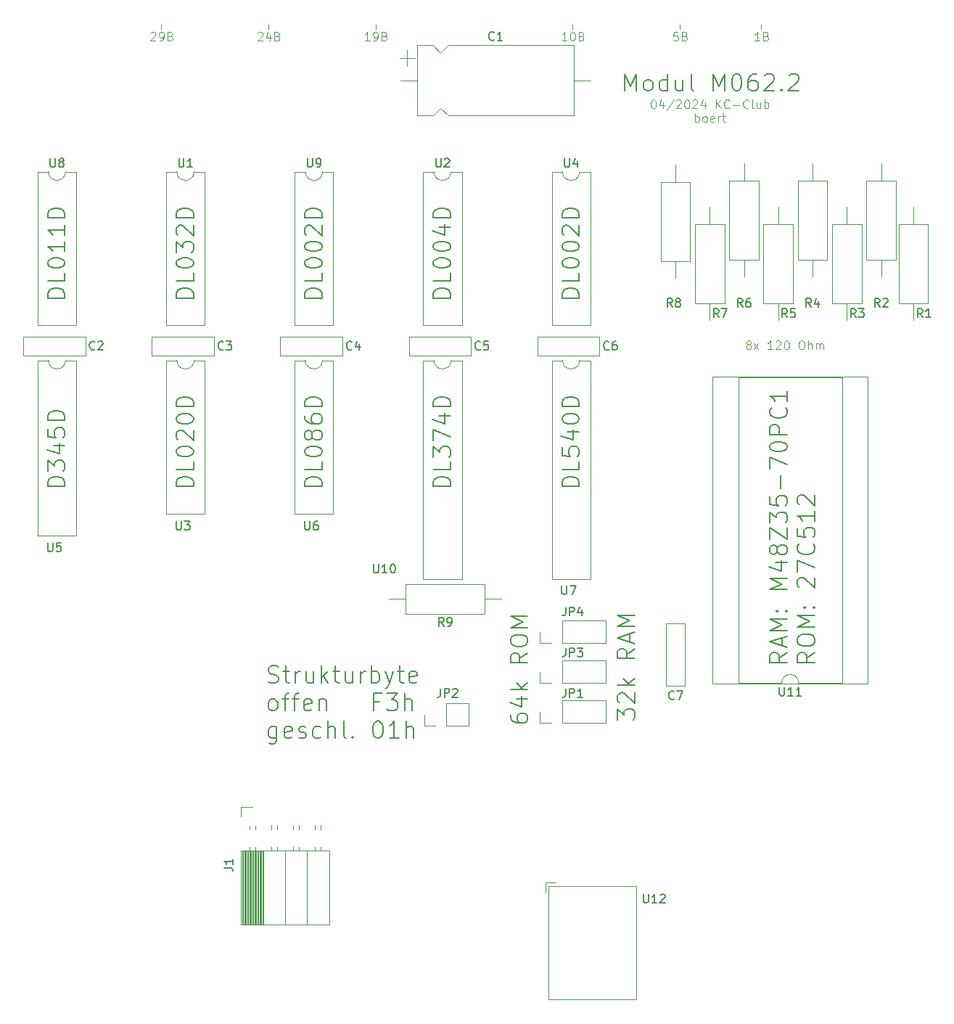
<source format=gbr>
%TF.GenerationSoftware,KiCad,Pcbnew,8.0.1*%
%TF.CreationDate,2024-04-14T22:32:59+02:00*%
%TF.ProjectId,M062.2,4d303632-2e32-42e6-9b69-6361645f7063,1*%
%TF.SameCoordinates,Original*%
%TF.FileFunction,Legend,Top*%
%TF.FilePolarity,Positive*%
%FSLAX46Y46*%
G04 Gerber Fmt 4.6, Leading zero omitted, Abs format (unit mm)*
G04 Created by KiCad (PCBNEW 8.0.1) date 2024-04-14 22:32:59*
%MOMM*%
%LPD*%
G01*
G04 APERTURE LIST*
%ADD10C,0.100000*%
%ADD11C,0.200000*%
%ADD12C,0.150000*%
%ADD13C,0.120000*%
G04 APERTURE END LIST*
D10*
X177500000Y-49500000D02*
X177500000Y-50000000D01*
X129500000Y-49500000D02*
X129500000Y-50000000D01*
X187000000Y-49500000D02*
X187000000Y-50000000D01*
X117000000Y-49500000D02*
X117000000Y-50000000D01*
X165000000Y-49500000D02*
X165000000Y-50000000D01*
X142000000Y-49500000D02*
X142000000Y-50000000D01*
D11*
X105744838Y-81392231D02*
X103744838Y-81392231D01*
X103744838Y-81392231D02*
X103744838Y-80916041D01*
X103744838Y-80916041D02*
X103840076Y-80630326D01*
X103840076Y-80630326D02*
X104030552Y-80439850D01*
X104030552Y-80439850D02*
X104221028Y-80344612D01*
X104221028Y-80344612D02*
X104601980Y-80249374D01*
X104601980Y-80249374D02*
X104887695Y-80249374D01*
X104887695Y-80249374D02*
X105268647Y-80344612D01*
X105268647Y-80344612D02*
X105459123Y-80439850D01*
X105459123Y-80439850D02*
X105649600Y-80630326D01*
X105649600Y-80630326D02*
X105744838Y-80916041D01*
X105744838Y-80916041D02*
X105744838Y-81392231D01*
X105744838Y-78439850D02*
X105744838Y-79392231D01*
X105744838Y-79392231D02*
X103744838Y-79392231D01*
X103744838Y-77392231D02*
X103744838Y-77201754D01*
X103744838Y-77201754D02*
X103840076Y-77011278D01*
X103840076Y-77011278D02*
X103935314Y-76916040D01*
X103935314Y-76916040D02*
X104125790Y-76820802D01*
X104125790Y-76820802D02*
X104506742Y-76725564D01*
X104506742Y-76725564D02*
X104982933Y-76725564D01*
X104982933Y-76725564D02*
X105363885Y-76820802D01*
X105363885Y-76820802D02*
X105554361Y-76916040D01*
X105554361Y-76916040D02*
X105649600Y-77011278D01*
X105649600Y-77011278D02*
X105744838Y-77201754D01*
X105744838Y-77201754D02*
X105744838Y-77392231D01*
X105744838Y-77392231D02*
X105649600Y-77582707D01*
X105649600Y-77582707D02*
X105554361Y-77677945D01*
X105554361Y-77677945D02*
X105363885Y-77773183D01*
X105363885Y-77773183D02*
X104982933Y-77868421D01*
X104982933Y-77868421D02*
X104506742Y-77868421D01*
X104506742Y-77868421D02*
X104125790Y-77773183D01*
X104125790Y-77773183D02*
X103935314Y-77677945D01*
X103935314Y-77677945D02*
X103840076Y-77582707D01*
X103840076Y-77582707D02*
X103744838Y-77392231D01*
X105744838Y-74820802D02*
X105744838Y-75963659D01*
X105744838Y-75392231D02*
X103744838Y-75392231D01*
X103744838Y-75392231D02*
X104030552Y-75582707D01*
X104030552Y-75582707D02*
X104221028Y-75773183D01*
X104221028Y-75773183D02*
X104316266Y-75963659D01*
X105744838Y-72916040D02*
X105744838Y-74058897D01*
X105744838Y-73487469D02*
X103744838Y-73487469D01*
X103744838Y-73487469D02*
X104030552Y-73677945D01*
X104030552Y-73677945D02*
X104221028Y-73868421D01*
X104221028Y-73868421D02*
X104316266Y-74058897D01*
X105744838Y-72058897D02*
X103744838Y-72058897D01*
X103744838Y-72058897D02*
X103744838Y-71582707D01*
X103744838Y-71582707D02*
X103840076Y-71296992D01*
X103840076Y-71296992D02*
X104030552Y-71106516D01*
X104030552Y-71106516D02*
X104221028Y-71011278D01*
X104221028Y-71011278D02*
X104601980Y-70916040D01*
X104601980Y-70916040D02*
X104887695Y-70916040D01*
X104887695Y-70916040D02*
X105268647Y-71011278D01*
X105268647Y-71011278D02*
X105459123Y-71106516D01*
X105459123Y-71106516D02*
X105649600Y-71296992D01*
X105649600Y-71296992D02*
X105744838Y-71582707D01*
X105744838Y-71582707D02*
X105744838Y-72058897D01*
X165744838Y-81392231D02*
X163744838Y-81392231D01*
X163744838Y-81392231D02*
X163744838Y-80916041D01*
X163744838Y-80916041D02*
X163840076Y-80630326D01*
X163840076Y-80630326D02*
X164030552Y-80439850D01*
X164030552Y-80439850D02*
X164221028Y-80344612D01*
X164221028Y-80344612D02*
X164601980Y-80249374D01*
X164601980Y-80249374D02*
X164887695Y-80249374D01*
X164887695Y-80249374D02*
X165268647Y-80344612D01*
X165268647Y-80344612D02*
X165459123Y-80439850D01*
X165459123Y-80439850D02*
X165649600Y-80630326D01*
X165649600Y-80630326D02*
X165744838Y-80916041D01*
X165744838Y-80916041D02*
X165744838Y-81392231D01*
X165744838Y-78439850D02*
X165744838Y-79392231D01*
X165744838Y-79392231D02*
X163744838Y-79392231D01*
X163744838Y-77392231D02*
X163744838Y-77201754D01*
X163744838Y-77201754D02*
X163840076Y-77011278D01*
X163840076Y-77011278D02*
X163935314Y-76916040D01*
X163935314Y-76916040D02*
X164125790Y-76820802D01*
X164125790Y-76820802D02*
X164506742Y-76725564D01*
X164506742Y-76725564D02*
X164982933Y-76725564D01*
X164982933Y-76725564D02*
X165363885Y-76820802D01*
X165363885Y-76820802D02*
X165554361Y-76916040D01*
X165554361Y-76916040D02*
X165649600Y-77011278D01*
X165649600Y-77011278D02*
X165744838Y-77201754D01*
X165744838Y-77201754D02*
X165744838Y-77392231D01*
X165744838Y-77392231D02*
X165649600Y-77582707D01*
X165649600Y-77582707D02*
X165554361Y-77677945D01*
X165554361Y-77677945D02*
X165363885Y-77773183D01*
X165363885Y-77773183D02*
X164982933Y-77868421D01*
X164982933Y-77868421D02*
X164506742Y-77868421D01*
X164506742Y-77868421D02*
X164125790Y-77773183D01*
X164125790Y-77773183D02*
X163935314Y-77677945D01*
X163935314Y-77677945D02*
X163840076Y-77582707D01*
X163840076Y-77582707D02*
X163744838Y-77392231D01*
X163744838Y-75487469D02*
X163744838Y-75296992D01*
X163744838Y-75296992D02*
X163840076Y-75106516D01*
X163840076Y-75106516D02*
X163935314Y-75011278D01*
X163935314Y-75011278D02*
X164125790Y-74916040D01*
X164125790Y-74916040D02*
X164506742Y-74820802D01*
X164506742Y-74820802D02*
X164982933Y-74820802D01*
X164982933Y-74820802D02*
X165363885Y-74916040D01*
X165363885Y-74916040D02*
X165554361Y-75011278D01*
X165554361Y-75011278D02*
X165649600Y-75106516D01*
X165649600Y-75106516D02*
X165744838Y-75296992D01*
X165744838Y-75296992D02*
X165744838Y-75487469D01*
X165744838Y-75487469D02*
X165649600Y-75677945D01*
X165649600Y-75677945D02*
X165554361Y-75773183D01*
X165554361Y-75773183D02*
X165363885Y-75868421D01*
X165363885Y-75868421D02*
X164982933Y-75963659D01*
X164982933Y-75963659D02*
X164506742Y-75963659D01*
X164506742Y-75963659D02*
X164125790Y-75868421D01*
X164125790Y-75868421D02*
X163935314Y-75773183D01*
X163935314Y-75773183D02*
X163840076Y-75677945D01*
X163840076Y-75677945D02*
X163744838Y-75487469D01*
X163935314Y-74058897D02*
X163840076Y-73963659D01*
X163840076Y-73963659D02*
X163744838Y-73773183D01*
X163744838Y-73773183D02*
X163744838Y-73296992D01*
X163744838Y-73296992D02*
X163840076Y-73106516D01*
X163840076Y-73106516D02*
X163935314Y-73011278D01*
X163935314Y-73011278D02*
X164125790Y-72916040D01*
X164125790Y-72916040D02*
X164316266Y-72916040D01*
X164316266Y-72916040D02*
X164601980Y-73011278D01*
X164601980Y-73011278D02*
X165744838Y-74154135D01*
X165744838Y-74154135D02*
X165744838Y-72916040D01*
X165744838Y-72058897D02*
X163744838Y-72058897D01*
X163744838Y-72058897D02*
X163744838Y-71582707D01*
X163744838Y-71582707D02*
X163840076Y-71296992D01*
X163840076Y-71296992D02*
X164030552Y-71106516D01*
X164030552Y-71106516D02*
X164221028Y-71011278D01*
X164221028Y-71011278D02*
X164601980Y-70916040D01*
X164601980Y-70916040D02*
X164887695Y-70916040D01*
X164887695Y-70916040D02*
X165268647Y-71011278D01*
X165268647Y-71011278D02*
X165459123Y-71106516D01*
X165459123Y-71106516D02*
X165649600Y-71296992D01*
X165649600Y-71296992D02*
X165744838Y-71582707D01*
X165744838Y-71582707D02*
X165744838Y-72058897D01*
X170244838Y-130582707D02*
X170244838Y-129344612D01*
X170244838Y-129344612D02*
X171006742Y-130011279D01*
X171006742Y-130011279D02*
X171006742Y-129725564D01*
X171006742Y-129725564D02*
X171101980Y-129535088D01*
X171101980Y-129535088D02*
X171197219Y-129439850D01*
X171197219Y-129439850D02*
X171387695Y-129344612D01*
X171387695Y-129344612D02*
X171863885Y-129344612D01*
X171863885Y-129344612D02*
X172054361Y-129439850D01*
X172054361Y-129439850D02*
X172149600Y-129535088D01*
X172149600Y-129535088D02*
X172244838Y-129725564D01*
X172244838Y-129725564D02*
X172244838Y-130296993D01*
X172244838Y-130296993D02*
X172149600Y-130487469D01*
X172149600Y-130487469D02*
X172054361Y-130582707D01*
X170435314Y-128582707D02*
X170340076Y-128487469D01*
X170340076Y-128487469D02*
X170244838Y-128296993D01*
X170244838Y-128296993D02*
X170244838Y-127820802D01*
X170244838Y-127820802D02*
X170340076Y-127630326D01*
X170340076Y-127630326D02*
X170435314Y-127535088D01*
X170435314Y-127535088D02*
X170625790Y-127439850D01*
X170625790Y-127439850D02*
X170816266Y-127439850D01*
X170816266Y-127439850D02*
X171101980Y-127535088D01*
X171101980Y-127535088D02*
X172244838Y-128677945D01*
X172244838Y-128677945D02*
X172244838Y-127439850D01*
X172244838Y-126582707D02*
X170244838Y-126582707D01*
X171482933Y-126392231D02*
X172244838Y-125820802D01*
X170911504Y-125820802D02*
X171673409Y-126582707D01*
X172244838Y-122296992D02*
X171292457Y-122963659D01*
X172244838Y-123439849D02*
X170244838Y-123439849D01*
X170244838Y-123439849D02*
X170244838Y-122677944D01*
X170244838Y-122677944D02*
X170340076Y-122487468D01*
X170340076Y-122487468D02*
X170435314Y-122392230D01*
X170435314Y-122392230D02*
X170625790Y-122296992D01*
X170625790Y-122296992D02*
X170911504Y-122296992D01*
X170911504Y-122296992D02*
X171101980Y-122392230D01*
X171101980Y-122392230D02*
X171197219Y-122487468D01*
X171197219Y-122487468D02*
X171292457Y-122677944D01*
X171292457Y-122677944D02*
X171292457Y-123439849D01*
X171673409Y-121535087D02*
X171673409Y-120582706D01*
X172244838Y-121725563D02*
X170244838Y-121058897D01*
X170244838Y-121058897D02*
X172244838Y-120392230D01*
X172244838Y-119725563D02*
X170244838Y-119725563D01*
X170244838Y-119725563D02*
X171673409Y-119058896D01*
X171673409Y-119058896D02*
X170244838Y-118392230D01*
X170244838Y-118392230D02*
X172244838Y-118392230D01*
X135744838Y-81392231D02*
X133744838Y-81392231D01*
X133744838Y-81392231D02*
X133744838Y-80916041D01*
X133744838Y-80916041D02*
X133840076Y-80630326D01*
X133840076Y-80630326D02*
X134030552Y-80439850D01*
X134030552Y-80439850D02*
X134221028Y-80344612D01*
X134221028Y-80344612D02*
X134601980Y-80249374D01*
X134601980Y-80249374D02*
X134887695Y-80249374D01*
X134887695Y-80249374D02*
X135268647Y-80344612D01*
X135268647Y-80344612D02*
X135459123Y-80439850D01*
X135459123Y-80439850D02*
X135649600Y-80630326D01*
X135649600Y-80630326D02*
X135744838Y-80916041D01*
X135744838Y-80916041D02*
X135744838Y-81392231D01*
X135744838Y-78439850D02*
X135744838Y-79392231D01*
X135744838Y-79392231D02*
X133744838Y-79392231D01*
X133744838Y-77392231D02*
X133744838Y-77201754D01*
X133744838Y-77201754D02*
X133840076Y-77011278D01*
X133840076Y-77011278D02*
X133935314Y-76916040D01*
X133935314Y-76916040D02*
X134125790Y-76820802D01*
X134125790Y-76820802D02*
X134506742Y-76725564D01*
X134506742Y-76725564D02*
X134982933Y-76725564D01*
X134982933Y-76725564D02*
X135363885Y-76820802D01*
X135363885Y-76820802D02*
X135554361Y-76916040D01*
X135554361Y-76916040D02*
X135649600Y-77011278D01*
X135649600Y-77011278D02*
X135744838Y-77201754D01*
X135744838Y-77201754D02*
X135744838Y-77392231D01*
X135744838Y-77392231D02*
X135649600Y-77582707D01*
X135649600Y-77582707D02*
X135554361Y-77677945D01*
X135554361Y-77677945D02*
X135363885Y-77773183D01*
X135363885Y-77773183D02*
X134982933Y-77868421D01*
X134982933Y-77868421D02*
X134506742Y-77868421D01*
X134506742Y-77868421D02*
X134125790Y-77773183D01*
X134125790Y-77773183D02*
X133935314Y-77677945D01*
X133935314Y-77677945D02*
X133840076Y-77582707D01*
X133840076Y-77582707D02*
X133744838Y-77392231D01*
X133744838Y-75487469D02*
X133744838Y-75296992D01*
X133744838Y-75296992D02*
X133840076Y-75106516D01*
X133840076Y-75106516D02*
X133935314Y-75011278D01*
X133935314Y-75011278D02*
X134125790Y-74916040D01*
X134125790Y-74916040D02*
X134506742Y-74820802D01*
X134506742Y-74820802D02*
X134982933Y-74820802D01*
X134982933Y-74820802D02*
X135363885Y-74916040D01*
X135363885Y-74916040D02*
X135554361Y-75011278D01*
X135554361Y-75011278D02*
X135649600Y-75106516D01*
X135649600Y-75106516D02*
X135744838Y-75296992D01*
X135744838Y-75296992D02*
X135744838Y-75487469D01*
X135744838Y-75487469D02*
X135649600Y-75677945D01*
X135649600Y-75677945D02*
X135554361Y-75773183D01*
X135554361Y-75773183D02*
X135363885Y-75868421D01*
X135363885Y-75868421D02*
X134982933Y-75963659D01*
X134982933Y-75963659D02*
X134506742Y-75963659D01*
X134506742Y-75963659D02*
X134125790Y-75868421D01*
X134125790Y-75868421D02*
X133935314Y-75773183D01*
X133935314Y-75773183D02*
X133840076Y-75677945D01*
X133840076Y-75677945D02*
X133744838Y-75487469D01*
X133935314Y-74058897D02*
X133840076Y-73963659D01*
X133840076Y-73963659D02*
X133744838Y-73773183D01*
X133744838Y-73773183D02*
X133744838Y-73296992D01*
X133744838Y-73296992D02*
X133840076Y-73106516D01*
X133840076Y-73106516D02*
X133935314Y-73011278D01*
X133935314Y-73011278D02*
X134125790Y-72916040D01*
X134125790Y-72916040D02*
X134316266Y-72916040D01*
X134316266Y-72916040D02*
X134601980Y-73011278D01*
X134601980Y-73011278D02*
X135744838Y-74154135D01*
X135744838Y-74154135D02*
X135744838Y-72916040D01*
X135744838Y-72058897D02*
X133744838Y-72058897D01*
X133744838Y-72058897D02*
X133744838Y-71582707D01*
X133744838Y-71582707D02*
X133840076Y-71296992D01*
X133840076Y-71296992D02*
X134030552Y-71106516D01*
X134030552Y-71106516D02*
X134221028Y-71011278D01*
X134221028Y-71011278D02*
X134601980Y-70916040D01*
X134601980Y-70916040D02*
X134887695Y-70916040D01*
X134887695Y-70916040D02*
X135268647Y-71011278D01*
X135268647Y-71011278D02*
X135459123Y-71106516D01*
X135459123Y-71106516D02*
X135649600Y-71296992D01*
X135649600Y-71296992D02*
X135744838Y-71582707D01*
X135744838Y-71582707D02*
X135744838Y-72058897D01*
D10*
X164327693Y-51372419D02*
X163756265Y-51372419D01*
X164041979Y-51372419D02*
X164041979Y-50372419D01*
X164041979Y-50372419D02*
X163946741Y-50515276D01*
X163946741Y-50515276D02*
X163851503Y-50610514D01*
X163851503Y-50610514D02*
X163756265Y-50658133D01*
X164946741Y-50372419D02*
X165041979Y-50372419D01*
X165041979Y-50372419D02*
X165137217Y-50420038D01*
X165137217Y-50420038D02*
X165184836Y-50467657D01*
X165184836Y-50467657D02*
X165232455Y-50562895D01*
X165232455Y-50562895D02*
X165280074Y-50753371D01*
X165280074Y-50753371D02*
X165280074Y-50991466D01*
X165280074Y-50991466D02*
X165232455Y-51181942D01*
X165232455Y-51181942D02*
X165184836Y-51277180D01*
X165184836Y-51277180D02*
X165137217Y-51324800D01*
X165137217Y-51324800D02*
X165041979Y-51372419D01*
X165041979Y-51372419D02*
X164946741Y-51372419D01*
X164946741Y-51372419D02*
X164851503Y-51324800D01*
X164851503Y-51324800D02*
X164803884Y-51277180D01*
X164803884Y-51277180D02*
X164756265Y-51181942D01*
X164756265Y-51181942D02*
X164708646Y-50991466D01*
X164708646Y-50991466D02*
X164708646Y-50753371D01*
X164708646Y-50753371D02*
X164756265Y-50562895D01*
X164756265Y-50562895D02*
X164803884Y-50467657D01*
X164803884Y-50467657D02*
X164851503Y-50420038D01*
X164851503Y-50420038D02*
X164946741Y-50372419D01*
X166041979Y-50848609D02*
X166184836Y-50896228D01*
X166184836Y-50896228D02*
X166232455Y-50943847D01*
X166232455Y-50943847D02*
X166280074Y-51039085D01*
X166280074Y-51039085D02*
X166280074Y-51181942D01*
X166280074Y-51181942D02*
X166232455Y-51277180D01*
X166232455Y-51277180D02*
X166184836Y-51324800D01*
X166184836Y-51324800D02*
X166089598Y-51372419D01*
X166089598Y-51372419D02*
X165708646Y-51372419D01*
X165708646Y-51372419D02*
X165708646Y-50372419D01*
X165708646Y-50372419D02*
X166041979Y-50372419D01*
X166041979Y-50372419D02*
X166137217Y-50420038D01*
X166137217Y-50420038D02*
X166184836Y-50467657D01*
X166184836Y-50467657D02*
X166232455Y-50562895D01*
X166232455Y-50562895D02*
X166232455Y-50658133D01*
X166232455Y-50658133D02*
X166184836Y-50753371D01*
X166184836Y-50753371D02*
X166137217Y-50800990D01*
X166137217Y-50800990D02*
X166041979Y-50848609D01*
X166041979Y-50848609D02*
X165708646Y-50848609D01*
X185446741Y-86800990D02*
X185351503Y-86753371D01*
X185351503Y-86753371D02*
X185303884Y-86705752D01*
X185303884Y-86705752D02*
X185256265Y-86610514D01*
X185256265Y-86610514D02*
X185256265Y-86562895D01*
X185256265Y-86562895D02*
X185303884Y-86467657D01*
X185303884Y-86467657D02*
X185351503Y-86420038D01*
X185351503Y-86420038D02*
X185446741Y-86372419D01*
X185446741Y-86372419D02*
X185637217Y-86372419D01*
X185637217Y-86372419D02*
X185732455Y-86420038D01*
X185732455Y-86420038D02*
X185780074Y-86467657D01*
X185780074Y-86467657D02*
X185827693Y-86562895D01*
X185827693Y-86562895D02*
X185827693Y-86610514D01*
X185827693Y-86610514D02*
X185780074Y-86705752D01*
X185780074Y-86705752D02*
X185732455Y-86753371D01*
X185732455Y-86753371D02*
X185637217Y-86800990D01*
X185637217Y-86800990D02*
X185446741Y-86800990D01*
X185446741Y-86800990D02*
X185351503Y-86848609D01*
X185351503Y-86848609D02*
X185303884Y-86896228D01*
X185303884Y-86896228D02*
X185256265Y-86991466D01*
X185256265Y-86991466D02*
X185256265Y-87181942D01*
X185256265Y-87181942D02*
X185303884Y-87277180D01*
X185303884Y-87277180D02*
X185351503Y-87324800D01*
X185351503Y-87324800D02*
X185446741Y-87372419D01*
X185446741Y-87372419D02*
X185637217Y-87372419D01*
X185637217Y-87372419D02*
X185732455Y-87324800D01*
X185732455Y-87324800D02*
X185780074Y-87277180D01*
X185780074Y-87277180D02*
X185827693Y-87181942D01*
X185827693Y-87181942D02*
X185827693Y-86991466D01*
X185827693Y-86991466D02*
X185780074Y-86896228D01*
X185780074Y-86896228D02*
X185732455Y-86848609D01*
X185732455Y-86848609D02*
X185637217Y-86800990D01*
X186161027Y-87372419D02*
X186684836Y-86705752D01*
X186161027Y-86705752D02*
X186684836Y-87372419D01*
X188351503Y-87372419D02*
X187780075Y-87372419D01*
X188065789Y-87372419D02*
X188065789Y-86372419D01*
X188065789Y-86372419D02*
X187970551Y-86515276D01*
X187970551Y-86515276D02*
X187875313Y-86610514D01*
X187875313Y-86610514D02*
X187780075Y-86658133D01*
X188732456Y-86467657D02*
X188780075Y-86420038D01*
X188780075Y-86420038D02*
X188875313Y-86372419D01*
X188875313Y-86372419D02*
X189113408Y-86372419D01*
X189113408Y-86372419D02*
X189208646Y-86420038D01*
X189208646Y-86420038D02*
X189256265Y-86467657D01*
X189256265Y-86467657D02*
X189303884Y-86562895D01*
X189303884Y-86562895D02*
X189303884Y-86658133D01*
X189303884Y-86658133D02*
X189256265Y-86800990D01*
X189256265Y-86800990D02*
X188684837Y-87372419D01*
X188684837Y-87372419D02*
X189303884Y-87372419D01*
X189922932Y-86372419D02*
X190018170Y-86372419D01*
X190018170Y-86372419D02*
X190113408Y-86420038D01*
X190113408Y-86420038D02*
X190161027Y-86467657D01*
X190161027Y-86467657D02*
X190208646Y-86562895D01*
X190208646Y-86562895D02*
X190256265Y-86753371D01*
X190256265Y-86753371D02*
X190256265Y-86991466D01*
X190256265Y-86991466D02*
X190208646Y-87181942D01*
X190208646Y-87181942D02*
X190161027Y-87277180D01*
X190161027Y-87277180D02*
X190113408Y-87324800D01*
X190113408Y-87324800D02*
X190018170Y-87372419D01*
X190018170Y-87372419D02*
X189922932Y-87372419D01*
X189922932Y-87372419D02*
X189827694Y-87324800D01*
X189827694Y-87324800D02*
X189780075Y-87277180D01*
X189780075Y-87277180D02*
X189732456Y-87181942D01*
X189732456Y-87181942D02*
X189684837Y-86991466D01*
X189684837Y-86991466D02*
X189684837Y-86753371D01*
X189684837Y-86753371D02*
X189732456Y-86562895D01*
X189732456Y-86562895D02*
X189780075Y-86467657D01*
X189780075Y-86467657D02*
X189827694Y-86420038D01*
X189827694Y-86420038D02*
X189922932Y-86372419D01*
X191637218Y-86372419D02*
X191827694Y-86372419D01*
X191827694Y-86372419D02*
X191922932Y-86420038D01*
X191922932Y-86420038D02*
X192018170Y-86515276D01*
X192018170Y-86515276D02*
X192065789Y-86705752D01*
X192065789Y-86705752D02*
X192065789Y-87039085D01*
X192065789Y-87039085D02*
X192018170Y-87229561D01*
X192018170Y-87229561D02*
X191922932Y-87324800D01*
X191922932Y-87324800D02*
X191827694Y-87372419D01*
X191827694Y-87372419D02*
X191637218Y-87372419D01*
X191637218Y-87372419D02*
X191541980Y-87324800D01*
X191541980Y-87324800D02*
X191446742Y-87229561D01*
X191446742Y-87229561D02*
X191399123Y-87039085D01*
X191399123Y-87039085D02*
X191399123Y-86705752D01*
X191399123Y-86705752D02*
X191446742Y-86515276D01*
X191446742Y-86515276D02*
X191541980Y-86420038D01*
X191541980Y-86420038D02*
X191637218Y-86372419D01*
X192494361Y-87372419D02*
X192494361Y-86372419D01*
X192922932Y-87372419D02*
X192922932Y-86848609D01*
X192922932Y-86848609D02*
X192875313Y-86753371D01*
X192875313Y-86753371D02*
X192780075Y-86705752D01*
X192780075Y-86705752D02*
X192637218Y-86705752D01*
X192637218Y-86705752D02*
X192541980Y-86753371D01*
X192541980Y-86753371D02*
X192494361Y-86800990D01*
X193399123Y-87372419D02*
X193399123Y-86705752D01*
X193399123Y-86800990D02*
X193446742Y-86753371D01*
X193446742Y-86753371D02*
X193541980Y-86705752D01*
X193541980Y-86705752D02*
X193684837Y-86705752D01*
X193684837Y-86705752D02*
X193780075Y-86753371D01*
X193780075Y-86753371D02*
X193827694Y-86848609D01*
X193827694Y-86848609D02*
X193827694Y-87372419D01*
X193827694Y-86848609D02*
X193875313Y-86753371D01*
X193875313Y-86753371D02*
X193970551Y-86705752D01*
X193970551Y-86705752D02*
X194113408Y-86705752D01*
X194113408Y-86705752D02*
X194208647Y-86753371D01*
X194208647Y-86753371D02*
X194256266Y-86848609D01*
X194256266Y-86848609D02*
X194256266Y-87372419D01*
D11*
X150744838Y-103392231D02*
X148744838Y-103392231D01*
X148744838Y-103392231D02*
X148744838Y-102916041D01*
X148744838Y-102916041D02*
X148840076Y-102630326D01*
X148840076Y-102630326D02*
X149030552Y-102439850D01*
X149030552Y-102439850D02*
X149221028Y-102344612D01*
X149221028Y-102344612D02*
X149601980Y-102249374D01*
X149601980Y-102249374D02*
X149887695Y-102249374D01*
X149887695Y-102249374D02*
X150268647Y-102344612D01*
X150268647Y-102344612D02*
X150459123Y-102439850D01*
X150459123Y-102439850D02*
X150649600Y-102630326D01*
X150649600Y-102630326D02*
X150744838Y-102916041D01*
X150744838Y-102916041D02*
X150744838Y-103392231D01*
X150744838Y-100439850D02*
X150744838Y-101392231D01*
X150744838Y-101392231D02*
X148744838Y-101392231D01*
X148744838Y-99963659D02*
X148744838Y-98725564D01*
X148744838Y-98725564D02*
X149506742Y-99392231D01*
X149506742Y-99392231D02*
X149506742Y-99106516D01*
X149506742Y-99106516D02*
X149601980Y-98916040D01*
X149601980Y-98916040D02*
X149697219Y-98820802D01*
X149697219Y-98820802D02*
X149887695Y-98725564D01*
X149887695Y-98725564D02*
X150363885Y-98725564D01*
X150363885Y-98725564D02*
X150554361Y-98820802D01*
X150554361Y-98820802D02*
X150649600Y-98916040D01*
X150649600Y-98916040D02*
X150744838Y-99106516D01*
X150744838Y-99106516D02*
X150744838Y-99677945D01*
X150744838Y-99677945D02*
X150649600Y-99868421D01*
X150649600Y-99868421D02*
X150554361Y-99963659D01*
X148744838Y-98058897D02*
X148744838Y-96725564D01*
X148744838Y-96725564D02*
X150744838Y-97582707D01*
X149411504Y-95106516D02*
X150744838Y-95106516D01*
X148649600Y-95582707D02*
X150078171Y-96058897D01*
X150078171Y-96058897D02*
X150078171Y-94820802D01*
X150744838Y-94058897D02*
X148744838Y-94058897D01*
X148744838Y-94058897D02*
X148744838Y-93582707D01*
X148744838Y-93582707D02*
X148840076Y-93296992D01*
X148840076Y-93296992D02*
X149030552Y-93106516D01*
X149030552Y-93106516D02*
X149221028Y-93011278D01*
X149221028Y-93011278D02*
X149601980Y-92916040D01*
X149601980Y-92916040D02*
X149887695Y-92916040D01*
X149887695Y-92916040D02*
X150268647Y-93011278D01*
X150268647Y-93011278D02*
X150459123Y-93106516D01*
X150459123Y-93106516D02*
X150649600Y-93296992D01*
X150649600Y-93296992D02*
X150744838Y-93582707D01*
X150744838Y-93582707D02*
X150744838Y-94058897D01*
D10*
X177280074Y-50372419D02*
X176803884Y-50372419D01*
X176803884Y-50372419D02*
X176756265Y-50848609D01*
X176756265Y-50848609D02*
X176803884Y-50800990D01*
X176803884Y-50800990D02*
X176899122Y-50753371D01*
X176899122Y-50753371D02*
X177137217Y-50753371D01*
X177137217Y-50753371D02*
X177232455Y-50800990D01*
X177232455Y-50800990D02*
X177280074Y-50848609D01*
X177280074Y-50848609D02*
X177327693Y-50943847D01*
X177327693Y-50943847D02*
X177327693Y-51181942D01*
X177327693Y-51181942D02*
X177280074Y-51277180D01*
X177280074Y-51277180D02*
X177232455Y-51324800D01*
X177232455Y-51324800D02*
X177137217Y-51372419D01*
X177137217Y-51372419D02*
X176899122Y-51372419D01*
X176899122Y-51372419D02*
X176803884Y-51324800D01*
X176803884Y-51324800D02*
X176756265Y-51277180D01*
X178089598Y-50848609D02*
X178232455Y-50896228D01*
X178232455Y-50896228D02*
X178280074Y-50943847D01*
X178280074Y-50943847D02*
X178327693Y-51039085D01*
X178327693Y-51039085D02*
X178327693Y-51181942D01*
X178327693Y-51181942D02*
X178280074Y-51277180D01*
X178280074Y-51277180D02*
X178232455Y-51324800D01*
X178232455Y-51324800D02*
X178137217Y-51372419D01*
X178137217Y-51372419D02*
X177756265Y-51372419D01*
X177756265Y-51372419D02*
X177756265Y-50372419D01*
X177756265Y-50372419D02*
X178089598Y-50372419D01*
X178089598Y-50372419D02*
X178184836Y-50420038D01*
X178184836Y-50420038D02*
X178232455Y-50467657D01*
X178232455Y-50467657D02*
X178280074Y-50562895D01*
X178280074Y-50562895D02*
X178280074Y-50658133D01*
X178280074Y-50658133D02*
X178232455Y-50753371D01*
X178232455Y-50753371D02*
X178184836Y-50800990D01*
X178184836Y-50800990D02*
X178089598Y-50848609D01*
X178089598Y-50848609D02*
X177756265Y-50848609D01*
D11*
X129512530Y-126209824D02*
X129798244Y-126305062D01*
X129798244Y-126305062D02*
X130274435Y-126305062D01*
X130274435Y-126305062D02*
X130464911Y-126209824D01*
X130464911Y-126209824D02*
X130560149Y-126114585D01*
X130560149Y-126114585D02*
X130655387Y-125924109D01*
X130655387Y-125924109D02*
X130655387Y-125733633D01*
X130655387Y-125733633D02*
X130560149Y-125543157D01*
X130560149Y-125543157D02*
X130464911Y-125447919D01*
X130464911Y-125447919D02*
X130274435Y-125352681D01*
X130274435Y-125352681D02*
X129893482Y-125257443D01*
X129893482Y-125257443D02*
X129703006Y-125162204D01*
X129703006Y-125162204D02*
X129607768Y-125066966D01*
X129607768Y-125066966D02*
X129512530Y-124876490D01*
X129512530Y-124876490D02*
X129512530Y-124686014D01*
X129512530Y-124686014D02*
X129607768Y-124495538D01*
X129607768Y-124495538D02*
X129703006Y-124400300D01*
X129703006Y-124400300D02*
X129893482Y-124305062D01*
X129893482Y-124305062D02*
X130369673Y-124305062D01*
X130369673Y-124305062D02*
X130655387Y-124400300D01*
X131226816Y-124971728D02*
X131988720Y-124971728D01*
X131512530Y-124305062D02*
X131512530Y-126019347D01*
X131512530Y-126019347D02*
X131607768Y-126209824D01*
X131607768Y-126209824D02*
X131798244Y-126305062D01*
X131798244Y-126305062D02*
X131988720Y-126305062D01*
X132655387Y-126305062D02*
X132655387Y-124971728D01*
X132655387Y-125352681D02*
X132750625Y-125162204D01*
X132750625Y-125162204D02*
X132845863Y-125066966D01*
X132845863Y-125066966D02*
X133036339Y-124971728D01*
X133036339Y-124971728D02*
X133226816Y-124971728D01*
X134750625Y-124971728D02*
X134750625Y-126305062D01*
X133893482Y-124971728D02*
X133893482Y-126019347D01*
X133893482Y-126019347D02*
X133988720Y-126209824D01*
X133988720Y-126209824D02*
X134179196Y-126305062D01*
X134179196Y-126305062D02*
X134464911Y-126305062D01*
X134464911Y-126305062D02*
X134655387Y-126209824D01*
X134655387Y-126209824D02*
X134750625Y-126114585D01*
X135703006Y-126305062D02*
X135703006Y-124305062D01*
X135893482Y-125543157D02*
X136464911Y-126305062D01*
X136464911Y-124971728D02*
X135703006Y-125733633D01*
X137036340Y-124971728D02*
X137798244Y-124971728D01*
X137322054Y-124305062D02*
X137322054Y-126019347D01*
X137322054Y-126019347D02*
X137417292Y-126209824D01*
X137417292Y-126209824D02*
X137607768Y-126305062D01*
X137607768Y-126305062D02*
X137798244Y-126305062D01*
X139322054Y-124971728D02*
X139322054Y-126305062D01*
X138464911Y-124971728D02*
X138464911Y-126019347D01*
X138464911Y-126019347D02*
X138560149Y-126209824D01*
X138560149Y-126209824D02*
X138750625Y-126305062D01*
X138750625Y-126305062D02*
X139036340Y-126305062D01*
X139036340Y-126305062D02*
X139226816Y-126209824D01*
X139226816Y-126209824D02*
X139322054Y-126114585D01*
X140274435Y-126305062D02*
X140274435Y-124971728D01*
X140274435Y-125352681D02*
X140369673Y-125162204D01*
X140369673Y-125162204D02*
X140464911Y-125066966D01*
X140464911Y-125066966D02*
X140655387Y-124971728D01*
X140655387Y-124971728D02*
X140845864Y-124971728D01*
X141512530Y-126305062D02*
X141512530Y-124305062D01*
X141512530Y-125066966D02*
X141703006Y-124971728D01*
X141703006Y-124971728D02*
X142083959Y-124971728D01*
X142083959Y-124971728D02*
X142274435Y-125066966D01*
X142274435Y-125066966D02*
X142369673Y-125162204D01*
X142369673Y-125162204D02*
X142464911Y-125352681D01*
X142464911Y-125352681D02*
X142464911Y-125924109D01*
X142464911Y-125924109D02*
X142369673Y-126114585D01*
X142369673Y-126114585D02*
X142274435Y-126209824D01*
X142274435Y-126209824D02*
X142083959Y-126305062D01*
X142083959Y-126305062D02*
X141703006Y-126305062D01*
X141703006Y-126305062D02*
X141512530Y-126209824D01*
X143131578Y-124971728D02*
X143607768Y-126305062D01*
X144083959Y-124971728D02*
X143607768Y-126305062D01*
X143607768Y-126305062D02*
X143417292Y-126781252D01*
X143417292Y-126781252D02*
X143322054Y-126876490D01*
X143322054Y-126876490D02*
X143131578Y-126971728D01*
X144560150Y-124971728D02*
X145322054Y-124971728D01*
X144845864Y-124305062D02*
X144845864Y-126019347D01*
X144845864Y-126019347D02*
X144941102Y-126209824D01*
X144941102Y-126209824D02*
X145131578Y-126305062D01*
X145131578Y-126305062D02*
X145322054Y-126305062D01*
X146750626Y-126209824D02*
X146560150Y-126305062D01*
X146560150Y-126305062D02*
X146179197Y-126305062D01*
X146179197Y-126305062D02*
X145988721Y-126209824D01*
X145988721Y-126209824D02*
X145893483Y-126019347D01*
X145893483Y-126019347D02*
X145893483Y-125257443D01*
X145893483Y-125257443D02*
X145988721Y-125066966D01*
X145988721Y-125066966D02*
X146179197Y-124971728D01*
X146179197Y-124971728D02*
X146560150Y-124971728D01*
X146560150Y-124971728D02*
X146750626Y-125066966D01*
X146750626Y-125066966D02*
X146845864Y-125257443D01*
X146845864Y-125257443D02*
X146845864Y-125447919D01*
X146845864Y-125447919D02*
X145893483Y-125638395D01*
X129893482Y-129524950D02*
X129703006Y-129429712D01*
X129703006Y-129429712D02*
X129607768Y-129334473D01*
X129607768Y-129334473D02*
X129512530Y-129143997D01*
X129512530Y-129143997D02*
X129512530Y-128572569D01*
X129512530Y-128572569D02*
X129607768Y-128382092D01*
X129607768Y-128382092D02*
X129703006Y-128286854D01*
X129703006Y-128286854D02*
X129893482Y-128191616D01*
X129893482Y-128191616D02*
X130179197Y-128191616D01*
X130179197Y-128191616D02*
X130369673Y-128286854D01*
X130369673Y-128286854D02*
X130464911Y-128382092D01*
X130464911Y-128382092D02*
X130560149Y-128572569D01*
X130560149Y-128572569D02*
X130560149Y-129143997D01*
X130560149Y-129143997D02*
X130464911Y-129334473D01*
X130464911Y-129334473D02*
X130369673Y-129429712D01*
X130369673Y-129429712D02*
X130179197Y-129524950D01*
X130179197Y-129524950D02*
X129893482Y-129524950D01*
X131131578Y-128191616D02*
X131893482Y-128191616D01*
X131417292Y-129524950D02*
X131417292Y-127810664D01*
X131417292Y-127810664D02*
X131512530Y-127620188D01*
X131512530Y-127620188D02*
X131703006Y-127524950D01*
X131703006Y-127524950D02*
X131893482Y-127524950D01*
X132274435Y-128191616D02*
X133036339Y-128191616D01*
X132560149Y-129524950D02*
X132560149Y-127810664D01*
X132560149Y-127810664D02*
X132655387Y-127620188D01*
X132655387Y-127620188D02*
X132845863Y-127524950D01*
X132845863Y-127524950D02*
X133036339Y-127524950D01*
X134464911Y-129429712D02*
X134274435Y-129524950D01*
X134274435Y-129524950D02*
X133893482Y-129524950D01*
X133893482Y-129524950D02*
X133703006Y-129429712D01*
X133703006Y-129429712D02*
X133607768Y-129239235D01*
X133607768Y-129239235D02*
X133607768Y-128477331D01*
X133607768Y-128477331D02*
X133703006Y-128286854D01*
X133703006Y-128286854D02*
X133893482Y-128191616D01*
X133893482Y-128191616D02*
X134274435Y-128191616D01*
X134274435Y-128191616D02*
X134464911Y-128286854D01*
X134464911Y-128286854D02*
X134560149Y-128477331D01*
X134560149Y-128477331D02*
X134560149Y-128667807D01*
X134560149Y-128667807D02*
X133607768Y-128858283D01*
X135417292Y-128191616D02*
X135417292Y-129524950D01*
X135417292Y-128382092D02*
X135512530Y-128286854D01*
X135512530Y-128286854D02*
X135703006Y-128191616D01*
X135703006Y-128191616D02*
X135988721Y-128191616D01*
X135988721Y-128191616D02*
X136179197Y-128286854D01*
X136179197Y-128286854D02*
X136274435Y-128477331D01*
X136274435Y-128477331D02*
X136274435Y-129524950D01*
X142464913Y-128477331D02*
X141798246Y-128477331D01*
X141798246Y-129524950D02*
X141798246Y-127524950D01*
X141798246Y-127524950D02*
X142750627Y-127524950D01*
X143322056Y-127524950D02*
X144560151Y-127524950D01*
X144560151Y-127524950D02*
X143893484Y-128286854D01*
X143893484Y-128286854D02*
X144179199Y-128286854D01*
X144179199Y-128286854D02*
X144369675Y-128382092D01*
X144369675Y-128382092D02*
X144464913Y-128477331D01*
X144464913Y-128477331D02*
X144560151Y-128667807D01*
X144560151Y-128667807D02*
X144560151Y-129143997D01*
X144560151Y-129143997D02*
X144464913Y-129334473D01*
X144464913Y-129334473D02*
X144369675Y-129429712D01*
X144369675Y-129429712D02*
X144179199Y-129524950D01*
X144179199Y-129524950D02*
X143607770Y-129524950D01*
X143607770Y-129524950D02*
X143417294Y-129429712D01*
X143417294Y-129429712D02*
X143322056Y-129334473D01*
X145417294Y-129524950D02*
X145417294Y-127524950D01*
X146274437Y-129524950D02*
X146274437Y-128477331D01*
X146274437Y-128477331D02*
X146179199Y-128286854D01*
X146179199Y-128286854D02*
X145988723Y-128191616D01*
X145988723Y-128191616D02*
X145703008Y-128191616D01*
X145703008Y-128191616D02*
X145512532Y-128286854D01*
X145512532Y-128286854D02*
X145417294Y-128382092D01*
X130464911Y-131411504D02*
X130464911Y-133030552D01*
X130464911Y-133030552D02*
X130369673Y-133221028D01*
X130369673Y-133221028D02*
X130274435Y-133316266D01*
X130274435Y-133316266D02*
X130083958Y-133411504D01*
X130083958Y-133411504D02*
X129798244Y-133411504D01*
X129798244Y-133411504D02*
X129607768Y-133316266D01*
X130464911Y-132649600D02*
X130274435Y-132744838D01*
X130274435Y-132744838D02*
X129893482Y-132744838D01*
X129893482Y-132744838D02*
X129703006Y-132649600D01*
X129703006Y-132649600D02*
X129607768Y-132554361D01*
X129607768Y-132554361D02*
X129512530Y-132363885D01*
X129512530Y-132363885D02*
X129512530Y-131792457D01*
X129512530Y-131792457D02*
X129607768Y-131601980D01*
X129607768Y-131601980D02*
X129703006Y-131506742D01*
X129703006Y-131506742D02*
X129893482Y-131411504D01*
X129893482Y-131411504D02*
X130274435Y-131411504D01*
X130274435Y-131411504D02*
X130464911Y-131506742D01*
X132179197Y-132649600D02*
X131988721Y-132744838D01*
X131988721Y-132744838D02*
X131607768Y-132744838D01*
X131607768Y-132744838D02*
X131417292Y-132649600D01*
X131417292Y-132649600D02*
X131322054Y-132459123D01*
X131322054Y-132459123D02*
X131322054Y-131697219D01*
X131322054Y-131697219D02*
X131417292Y-131506742D01*
X131417292Y-131506742D02*
X131607768Y-131411504D01*
X131607768Y-131411504D02*
X131988721Y-131411504D01*
X131988721Y-131411504D02*
X132179197Y-131506742D01*
X132179197Y-131506742D02*
X132274435Y-131697219D01*
X132274435Y-131697219D02*
X132274435Y-131887695D01*
X132274435Y-131887695D02*
X131322054Y-132078171D01*
X133036340Y-132649600D02*
X133226816Y-132744838D01*
X133226816Y-132744838D02*
X133607768Y-132744838D01*
X133607768Y-132744838D02*
X133798245Y-132649600D01*
X133798245Y-132649600D02*
X133893483Y-132459123D01*
X133893483Y-132459123D02*
X133893483Y-132363885D01*
X133893483Y-132363885D02*
X133798245Y-132173409D01*
X133798245Y-132173409D02*
X133607768Y-132078171D01*
X133607768Y-132078171D02*
X133322054Y-132078171D01*
X133322054Y-132078171D02*
X133131578Y-131982933D01*
X133131578Y-131982933D02*
X133036340Y-131792457D01*
X133036340Y-131792457D02*
X133036340Y-131697219D01*
X133036340Y-131697219D02*
X133131578Y-131506742D01*
X133131578Y-131506742D02*
X133322054Y-131411504D01*
X133322054Y-131411504D02*
X133607768Y-131411504D01*
X133607768Y-131411504D02*
X133798245Y-131506742D01*
X135607769Y-132649600D02*
X135417293Y-132744838D01*
X135417293Y-132744838D02*
X135036340Y-132744838D01*
X135036340Y-132744838D02*
X134845864Y-132649600D01*
X134845864Y-132649600D02*
X134750626Y-132554361D01*
X134750626Y-132554361D02*
X134655388Y-132363885D01*
X134655388Y-132363885D02*
X134655388Y-131792457D01*
X134655388Y-131792457D02*
X134750626Y-131601980D01*
X134750626Y-131601980D02*
X134845864Y-131506742D01*
X134845864Y-131506742D02*
X135036340Y-131411504D01*
X135036340Y-131411504D02*
X135417293Y-131411504D01*
X135417293Y-131411504D02*
X135607769Y-131506742D01*
X136464912Y-132744838D02*
X136464912Y-130744838D01*
X137322055Y-132744838D02*
X137322055Y-131697219D01*
X137322055Y-131697219D02*
X137226817Y-131506742D01*
X137226817Y-131506742D02*
X137036341Y-131411504D01*
X137036341Y-131411504D02*
X136750626Y-131411504D01*
X136750626Y-131411504D02*
X136560150Y-131506742D01*
X136560150Y-131506742D02*
X136464912Y-131601980D01*
X138560150Y-132744838D02*
X138369674Y-132649600D01*
X138369674Y-132649600D02*
X138274436Y-132459123D01*
X138274436Y-132459123D02*
X138274436Y-130744838D01*
X139322055Y-132554361D02*
X139417293Y-132649600D01*
X139417293Y-132649600D02*
X139322055Y-132744838D01*
X139322055Y-132744838D02*
X139226817Y-132649600D01*
X139226817Y-132649600D02*
X139322055Y-132554361D01*
X139322055Y-132554361D02*
X139322055Y-132744838D01*
X142179198Y-130744838D02*
X142369675Y-130744838D01*
X142369675Y-130744838D02*
X142560151Y-130840076D01*
X142560151Y-130840076D02*
X142655389Y-130935314D01*
X142655389Y-130935314D02*
X142750627Y-131125790D01*
X142750627Y-131125790D02*
X142845865Y-131506742D01*
X142845865Y-131506742D02*
X142845865Y-131982933D01*
X142845865Y-131982933D02*
X142750627Y-132363885D01*
X142750627Y-132363885D02*
X142655389Y-132554361D01*
X142655389Y-132554361D02*
X142560151Y-132649600D01*
X142560151Y-132649600D02*
X142369675Y-132744838D01*
X142369675Y-132744838D02*
X142179198Y-132744838D01*
X142179198Y-132744838D02*
X141988722Y-132649600D01*
X141988722Y-132649600D02*
X141893484Y-132554361D01*
X141893484Y-132554361D02*
X141798246Y-132363885D01*
X141798246Y-132363885D02*
X141703008Y-131982933D01*
X141703008Y-131982933D02*
X141703008Y-131506742D01*
X141703008Y-131506742D02*
X141798246Y-131125790D01*
X141798246Y-131125790D02*
X141893484Y-130935314D01*
X141893484Y-130935314D02*
X141988722Y-130840076D01*
X141988722Y-130840076D02*
X142179198Y-130744838D01*
X144750627Y-132744838D02*
X143607770Y-132744838D01*
X144179198Y-132744838D02*
X144179198Y-130744838D01*
X144179198Y-130744838D02*
X143988722Y-131030552D01*
X143988722Y-131030552D02*
X143798246Y-131221028D01*
X143798246Y-131221028D02*
X143607770Y-131316266D01*
X145607770Y-132744838D02*
X145607770Y-130744838D01*
X146464913Y-132744838D02*
X146464913Y-131697219D01*
X146464913Y-131697219D02*
X146369675Y-131506742D01*
X146369675Y-131506742D02*
X146179199Y-131411504D01*
X146179199Y-131411504D02*
X145893484Y-131411504D01*
X145893484Y-131411504D02*
X145703008Y-131506742D01*
X145703008Y-131506742D02*
X145607770Y-131601980D01*
X105744838Y-103392231D02*
X103744838Y-103392231D01*
X103744838Y-103392231D02*
X103744838Y-102916041D01*
X103744838Y-102916041D02*
X103840076Y-102630326D01*
X103840076Y-102630326D02*
X104030552Y-102439850D01*
X104030552Y-102439850D02*
X104221028Y-102344612D01*
X104221028Y-102344612D02*
X104601980Y-102249374D01*
X104601980Y-102249374D02*
X104887695Y-102249374D01*
X104887695Y-102249374D02*
X105268647Y-102344612D01*
X105268647Y-102344612D02*
X105459123Y-102439850D01*
X105459123Y-102439850D02*
X105649600Y-102630326D01*
X105649600Y-102630326D02*
X105744838Y-102916041D01*
X105744838Y-102916041D02*
X105744838Y-103392231D01*
X103744838Y-101582707D02*
X103744838Y-100344612D01*
X103744838Y-100344612D02*
X104506742Y-101011279D01*
X104506742Y-101011279D02*
X104506742Y-100725564D01*
X104506742Y-100725564D02*
X104601980Y-100535088D01*
X104601980Y-100535088D02*
X104697219Y-100439850D01*
X104697219Y-100439850D02*
X104887695Y-100344612D01*
X104887695Y-100344612D02*
X105363885Y-100344612D01*
X105363885Y-100344612D02*
X105554361Y-100439850D01*
X105554361Y-100439850D02*
X105649600Y-100535088D01*
X105649600Y-100535088D02*
X105744838Y-100725564D01*
X105744838Y-100725564D02*
X105744838Y-101296993D01*
X105744838Y-101296993D02*
X105649600Y-101487469D01*
X105649600Y-101487469D02*
X105554361Y-101582707D01*
X104411504Y-98630326D02*
X105744838Y-98630326D01*
X103649600Y-99106517D02*
X105078171Y-99582707D01*
X105078171Y-99582707D02*
X105078171Y-98344612D01*
X103744838Y-96630326D02*
X103744838Y-97582707D01*
X103744838Y-97582707D02*
X104697219Y-97677945D01*
X104697219Y-97677945D02*
X104601980Y-97582707D01*
X104601980Y-97582707D02*
X104506742Y-97392231D01*
X104506742Y-97392231D02*
X104506742Y-96916040D01*
X104506742Y-96916040D02*
X104601980Y-96725564D01*
X104601980Y-96725564D02*
X104697219Y-96630326D01*
X104697219Y-96630326D02*
X104887695Y-96535088D01*
X104887695Y-96535088D02*
X105363885Y-96535088D01*
X105363885Y-96535088D02*
X105554361Y-96630326D01*
X105554361Y-96630326D02*
X105649600Y-96725564D01*
X105649600Y-96725564D02*
X105744838Y-96916040D01*
X105744838Y-96916040D02*
X105744838Y-97392231D01*
X105744838Y-97392231D02*
X105649600Y-97582707D01*
X105649600Y-97582707D02*
X105554361Y-97677945D01*
X105744838Y-95677945D02*
X103744838Y-95677945D01*
X103744838Y-95677945D02*
X103744838Y-95201755D01*
X103744838Y-95201755D02*
X103840076Y-94916040D01*
X103840076Y-94916040D02*
X104030552Y-94725564D01*
X104030552Y-94725564D02*
X104221028Y-94630326D01*
X104221028Y-94630326D02*
X104601980Y-94535088D01*
X104601980Y-94535088D02*
X104887695Y-94535088D01*
X104887695Y-94535088D02*
X105268647Y-94630326D01*
X105268647Y-94630326D02*
X105459123Y-94725564D01*
X105459123Y-94725564D02*
X105649600Y-94916040D01*
X105649600Y-94916040D02*
X105744838Y-95201755D01*
X105744838Y-95201755D02*
X105744838Y-95677945D01*
D10*
X115756265Y-50467657D02*
X115803884Y-50420038D01*
X115803884Y-50420038D02*
X115899122Y-50372419D01*
X115899122Y-50372419D02*
X116137217Y-50372419D01*
X116137217Y-50372419D02*
X116232455Y-50420038D01*
X116232455Y-50420038D02*
X116280074Y-50467657D01*
X116280074Y-50467657D02*
X116327693Y-50562895D01*
X116327693Y-50562895D02*
X116327693Y-50658133D01*
X116327693Y-50658133D02*
X116280074Y-50800990D01*
X116280074Y-50800990D02*
X115708646Y-51372419D01*
X115708646Y-51372419D02*
X116327693Y-51372419D01*
X116803884Y-51372419D02*
X116994360Y-51372419D01*
X116994360Y-51372419D02*
X117089598Y-51324800D01*
X117089598Y-51324800D02*
X117137217Y-51277180D01*
X117137217Y-51277180D02*
X117232455Y-51134323D01*
X117232455Y-51134323D02*
X117280074Y-50943847D01*
X117280074Y-50943847D02*
X117280074Y-50562895D01*
X117280074Y-50562895D02*
X117232455Y-50467657D01*
X117232455Y-50467657D02*
X117184836Y-50420038D01*
X117184836Y-50420038D02*
X117089598Y-50372419D01*
X117089598Y-50372419D02*
X116899122Y-50372419D01*
X116899122Y-50372419D02*
X116803884Y-50420038D01*
X116803884Y-50420038D02*
X116756265Y-50467657D01*
X116756265Y-50467657D02*
X116708646Y-50562895D01*
X116708646Y-50562895D02*
X116708646Y-50800990D01*
X116708646Y-50800990D02*
X116756265Y-50896228D01*
X116756265Y-50896228D02*
X116803884Y-50943847D01*
X116803884Y-50943847D02*
X116899122Y-50991466D01*
X116899122Y-50991466D02*
X117089598Y-50991466D01*
X117089598Y-50991466D02*
X117184836Y-50943847D01*
X117184836Y-50943847D02*
X117232455Y-50896228D01*
X117232455Y-50896228D02*
X117280074Y-50800990D01*
X118041979Y-50848609D02*
X118184836Y-50896228D01*
X118184836Y-50896228D02*
X118232455Y-50943847D01*
X118232455Y-50943847D02*
X118280074Y-51039085D01*
X118280074Y-51039085D02*
X118280074Y-51181942D01*
X118280074Y-51181942D02*
X118232455Y-51277180D01*
X118232455Y-51277180D02*
X118184836Y-51324800D01*
X118184836Y-51324800D02*
X118089598Y-51372419D01*
X118089598Y-51372419D02*
X117708646Y-51372419D01*
X117708646Y-51372419D02*
X117708646Y-50372419D01*
X117708646Y-50372419D02*
X118041979Y-50372419D01*
X118041979Y-50372419D02*
X118137217Y-50420038D01*
X118137217Y-50420038D02*
X118184836Y-50467657D01*
X118184836Y-50467657D02*
X118232455Y-50562895D01*
X118232455Y-50562895D02*
X118232455Y-50658133D01*
X118232455Y-50658133D02*
X118184836Y-50753371D01*
X118184836Y-50753371D02*
X118137217Y-50800990D01*
X118137217Y-50800990D02*
X118041979Y-50848609D01*
X118041979Y-50848609D02*
X117708646Y-50848609D01*
X128256265Y-50467657D02*
X128303884Y-50420038D01*
X128303884Y-50420038D02*
X128399122Y-50372419D01*
X128399122Y-50372419D02*
X128637217Y-50372419D01*
X128637217Y-50372419D02*
X128732455Y-50420038D01*
X128732455Y-50420038D02*
X128780074Y-50467657D01*
X128780074Y-50467657D02*
X128827693Y-50562895D01*
X128827693Y-50562895D02*
X128827693Y-50658133D01*
X128827693Y-50658133D02*
X128780074Y-50800990D01*
X128780074Y-50800990D02*
X128208646Y-51372419D01*
X128208646Y-51372419D02*
X128827693Y-51372419D01*
X129684836Y-50705752D02*
X129684836Y-51372419D01*
X129446741Y-50324800D02*
X129208646Y-51039085D01*
X129208646Y-51039085D02*
X129827693Y-51039085D01*
X130541979Y-50848609D02*
X130684836Y-50896228D01*
X130684836Y-50896228D02*
X130732455Y-50943847D01*
X130732455Y-50943847D02*
X130780074Y-51039085D01*
X130780074Y-51039085D02*
X130780074Y-51181942D01*
X130780074Y-51181942D02*
X130732455Y-51277180D01*
X130732455Y-51277180D02*
X130684836Y-51324800D01*
X130684836Y-51324800D02*
X130589598Y-51372419D01*
X130589598Y-51372419D02*
X130208646Y-51372419D01*
X130208646Y-51372419D02*
X130208646Y-50372419D01*
X130208646Y-50372419D02*
X130541979Y-50372419D01*
X130541979Y-50372419D02*
X130637217Y-50420038D01*
X130637217Y-50420038D02*
X130684836Y-50467657D01*
X130684836Y-50467657D02*
X130732455Y-50562895D01*
X130732455Y-50562895D02*
X130732455Y-50658133D01*
X130732455Y-50658133D02*
X130684836Y-50753371D01*
X130684836Y-50753371D02*
X130637217Y-50800990D01*
X130637217Y-50800990D02*
X130541979Y-50848609D01*
X130541979Y-50848609D02*
X130208646Y-50848609D01*
X174380952Y-58262475D02*
X174476190Y-58262475D01*
X174476190Y-58262475D02*
X174571428Y-58310094D01*
X174571428Y-58310094D02*
X174619047Y-58357713D01*
X174619047Y-58357713D02*
X174666666Y-58452951D01*
X174666666Y-58452951D02*
X174714285Y-58643427D01*
X174714285Y-58643427D02*
X174714285Y-58881522D01*
X174714285Y-58881522D02*
X174666666Y-59071998D01*
X174666666Y-59071998D02*
X174619047Y-59167236D01*
X174619047Y-59167236D02*
X174571428Y-59214856D01*
X174571428Y-59214856D02*
X174476190Y-59262475D01*
X174476190Y-59262475D02*
X174380952Y-59262475D01*
X174380952Y-59262475D02*
X174285714Y-59214856D01*
X174285714Y-59214856D02*
X174238095Y-59167236D01*
X174238095Y-59167236D02*
X174190476Y-59071998D01*
X174190476Y-59071998D02*
X174142857Y-58881522D01*
X174142857Y-58881522D02*
X174142857Y-58643427D01*
X174142857Y-58643427D02*
X174190476Y-58452951D01*
X174190476Y-58452951D02*
X174238095Y-58357713D01*
X174238095Y-58357713D02*
X174285714Y-58310094D01*
X174285714Y-58310094D02*
X174380952Y-58262475D01*
X175571428Y-58595808D02*
X175571428Y-59262475D01*
X175333333Y-58214856D02*
X175095238Y-58929141D01*
X175095238Y-58929141D02*
X175714285Y-58929141D01*
X176809523Y-58214856D02*
X175952381Y-59500570D01*
X177095238Y-58357713D02*
X177142857Y-58310094D01*
X177142857Y-58310094D02*
X177238095Y-58262475D01*
X177238095Y-58262475D02*
X177476190Y-58262475D01*
X177476190Y-58262475D02*
X177571428Y-58310094D01*
X177571428Y-58310094D02*
X177619047Y-58357713D01*
X177619047Y-58357713D02*
X177666666Y-58452951D01*
X177666666Y-58452951D02*
X177666666Y-58548189D01*
X177666666Y-58548189D02*
X177619047Y-58691046D01*
X177619047Y-58691046D02*
X177047619Y-59262475D01*
X177047619Y-59262475D02*
X177666666Y-59262475D01*
X178285714Y-58262475D02*
X178380952Y-58262475D01*
X178380952Y-58262475D02*
X178476190Y-58310094D01*
X178476190Y-58310094D02*
X178523809Y-58357713D01*
X178523809Y-58357713D02*
X178571428Y-58452951D01*
X178571428Y-58452951D02*
X178619047Y-58643427D01*
X178619047Y-58643427D02*
X178619047Y-58881522D01*
X178619047Y-58881522D02*
X178571428Y-59071998D01*
X178571428Y-59071998D02*
X178523809Y-59167236D01*
X178523809Y-59167236D02*
X178476190Y-59214856D01*
X178476190Y-59214856D02*
X178380952Y-59262475D01*
X178380952Y-59262475D02*
X178285714Y-59262475D01*
X178285714Y-59262475D02*
X178190476Y-59214856D01*
X178190476Y-59214856D02*
X178142857Y-59167236D01*
X178142857Y-59167236D02*
X178095238Y-59071998D01*
X178095238Y-59071998D02*
X178047619Y-58881522D01*
X178047619Y-58881522D02*
X178047619Y-58643427D01*
X178047619Y-58643427D02*
X178095238Y-58452951D01*
X178095238Y-58452951D02*
X178142857Y-58357713D01*
X178142857Y-58357713D02*
X178190476Y-58310094D01*
X178190476Y-58310094D02*
X178285714Y-58262475D01*
X179000000Y-58357713D02*
X179047619Y-58310094D01*
X179047619Y-58310094D02*
X179142857Y-58262475D01*
X179142857Y-58262475D02*
X179380952Y-58262475D01*
X179380952Y-58262475D02*
X179476190Y-58310094D01*
X179476190Y-58310094D02*
X179523809Y-58357713D01*
X179523809Y-58357713D02*
X179571428Y-58452951D01*
X179571428Y-58452951D02*
X179571428Y-58548189D01*
X179571428Y-58548189D02*
X179523809Y-58691046D01*
X179523809Y-58691046D02*
X178952381Y-59262475D01*
X178952381Y-59262475D02*
X179571428Y-59262475D01*
X180428571Y-58595808D02*
X180428571Y-59262475D01*
X180190476Y-58214856D02*
X179952381Y-58929141D01*
X179952381Y-58929141D02*
X180571428Y-58929141D01*
X181714286Y-59262475D02*
X181714286Y-58262475D01*
X182285714Y-59262475D02*
X181857143Y-58691046D01*
X182285714Y-58262475D02*
X181714286Y-58833903D01*
X183285714Y-59167236D02*
X183238095Y-59214856D01*
X183238095Y-59214856D02*
X183095238Y-59262475D01*
X183095238Y-59262475D02*
X183000000Y-59262475D01*
X183000000Y-59262475D02*
X182857143Y-59214856D01*
X182857143Y-59214856D02*
X182761905Y-59119617D01*
X182761905Y-59119617D02*
X182714286Y-59024379D01*
X182714286Y-59024379D02*
X182666667Y-58833903D01*
X182666667Y-58833903D02*
X182666667Y-58691046D01*
X182666667Y-58691046D02*
X182714286Y-58500570D01*
X182714286Y-58500570D02*
X182761905Y-58405332D01*
X182761905Y-58405332D02*
X182857143Y-58310094D01*
X182857143Y-58310094D02*
X183000000Y-58262475D01*
X183000000Y-58262475D02*
X183095238Y-58262475D01*
X183095238Y-58262475D02*
X183238095Y-58310094D01*
X183238095Y-58310094D02*
X183285714Y-58357713D01*
X183714286Y-58881522D02*
X184476191Y-58881522D01*
X185523809Y-59167236D02*
X185476190Y-59214856D01*
X185476190Y-59214856D02*
X185333333Y-59262475D01*
X185333333Y-59262475D02*
X185238095Y-59262475D01*
X185238095Y-59262475D02*
X185095238Y-59214856D01*
X185095238Y-59214856D02*
X185000000Y-59119617D01*
X185000000Y-59119617D02*
X184952381Y-59024379D01*
X184952381Y-59024379D02*
X184904762Y-58833903D01*
X184904762Y-58833903D02*
X184904762Y-58691046D01*
X184904762Y-58691046D02*
X184952381Y-58500570D01*
X184952381Y-58500570D02*
X185000000Y-58405332D01*
X185000000Y-58405332D02*
X185095238Y-58310094D01*
X185095238Y-58310094D02*
X185238095Y-58262475D01*
X185238095Y-58262475D02*
X185333333Y-58262475D01*
X185333333Y-58262475D02*
X185476190Y-58310094D01*
X185476190Y-58310094D02*
X185523809Y-58357713D01*
X186095238Y-59262475D02*
X186000000Y-59214856D01*
X186000000Y-59214856D02*
X185952381Y-59119617D01*
X185952381Y-59119617D02*
X185952381Y-58262475D01*
X186904762Y-58595808D02*
X186904762Y-59262475D01*
X186476191Y-58595808D02*
X186476191Y-59119617D01*
X186476191Y-59119617D02*
X186523810Y-59214856D01*
X186523810Y-59214856D02*
X186619048Y-59262475D01*
X186619048Y-59262475D02*
X186761905Y-59262475D01*
X186761905Y-59262475D02*
X186857143Y-59214856D01*
X186857143Y-59214856D02*
X186904762Y-59167236D01*
X187380953Y-59262475D02*
X187380953Y-58262475D01*
X187380953Y-58643427D02*
X187476191Y-58595808D01*
X187476191Y-58595808D02*
X187666667Y-58595808D01*
X187666667Y-58595808D02*
X187761905Y-58643427D01*
X187761905Y-58643427D02*
X187809524Y-58691046D01*
X187809524Y-58691046D02*
X187857143Y-58786284D01*
X187857143Y-58786284D02*
X187857143Y-59071998D01*
X187857143Y-59071998D02*
X187809524Y-59167236D01*
X187809524Y-59167236D02*
X187761905Y-59214856D01*
X187761905Y-59214856D02*
X187666667Y-59262475D01*
X187666667Y-59262475D02*
X187476191Y-59262475D01*
X187476191Y-59262475D02*
X187380953Y-59214856D01*
X179309523Y-60872419D02*
X179309523Y-59872419D01*
X179309523Y-60253371D02*
X179404761Y-60205752D01*
X179404761Y-60205752D02*
X179595237Y-60205752D01*
X179595237Y-60205752D02*
X179690475Y-60253371D01*
X179690475Y-60253371D02*
X179738094Y-60300990D01*
X179738094Y-60300990D02*
X179785713Y-60396228D01*
X179785713Y-60396228D02*
X179785713Y-60681942D01*
X179785713Y-60681942D02*
X179738094Y-60777180D01*
X179738094Y-60777180D02*
X179690475Y-60824800D01*
X179690475Y-60824800D02*
X179595237Y-60872419D01*
X179595237Y-60872419D02*
X179404761Y-60872419D01*
X179404761Y-60872419D02*
X179309523Y-60824800D01*
X180357142Y-60872419D02*
X180261904Y-60824800D01*
X180261904Y-60824800D02*
X180214285Y-60777180D01*
X180214285Y-60777180D02*
X180166666Y-60681942D01*
X180166666Y-60681942D02*
X180166666Y-60396228D01*
X180166666Y-60396228D02*
X180214285Y-60300990D01*
X180214285Y-60300990D02*
X180261904Y-60253371D01*
X180261904Y-60253371D02*
X180357142Y-60205752D01*
X180357142Y-60205752D02*
X180499999Y-60205752D01*
X180499999Y-60205752D02*
X180595237Y-60253371D01*
X180595237Y-60253371D02*
X180642856Y-60300990D01*
X180642856Y-60300990D02*
X180690475Y-60396228D01*
X180690475Y-60396228D02*
X180690475Y-60681942D01*
X180690475Y-60681942D02*
X180642856Y-60777180D01*
X180642856Y-60777180D02*
X180595237Y-60824800D01*
X180595237Y-60824800D02*
X180499999Y-60872419D01*
X180499999Y-60872419D02*
X180357142Y-60872419D01*
X181499999Y-60824800D02*
X181404761Y-60872419D01*
X181404761Y-60872419D02*
X181214285Y-60872419D01*
X181214285Y-60872419D02*
X181119047Y-60824800D01*
X181119047Y-60824800D02*
X181071428Y-60729561D01*
X181071428Y-60729561D02*
X181071428Y-60348609D01*
X181071428Y-60348609D02*
X181119047Y-60253371D01*
X181119047Y-60253371D02*
X181214285Y-60205752D01*
X181214285Y-60205752D02*
X181404761Y-60205752D01*
X181404761Y-60205752D02*
X181499999Y-60253371D01*
X181499999Y-60253371D02*
X181547618Y-60348609D01*
X181547618Y-60348609D02*
X181547618Y-60443847D01*
X181547618Y-60443847D02*
X181071428Y-60539085D01*
X181976190Y-60872419D02*
X181976190Y-60205752D01*
X181976190Y-60396228D02*
X182023809Y-60300990D01*
X182023809Y-60300990D02*
X182071428Y-60253371D01*
X182071428Y-60253371D02*
X182166666Y-60205752D01*
X182166666Y-60205752D02*
X182261904Y-60205752D01*
X182452381Y-60205752D02*
X182833333Y-60205752D01*
X182595238Y-59872419D02*
X182595238Y-60729561D01*
X182595238Y-60729561D02*
X182642857Y-60824800D01*
X182642857Y-60824800D02*
X182738095Y-60872419D01*
X182738095Y-60872419D02*
X182833333Y-60872419D01*
D11*
X150744838Y-81392231D02*
X148744838Y-81392231D01*
X148744838Y-81392231D02*
X148744838Y-80916041D01*
X148744838Y-80916041D02*
X148840076Y-80630326D01*
X148840076Y-80630326D02*
X149030552Y-80439850D01*
X149030552Y-80439850D02*
X149221028Y-80344612D01*
X149221028Y-80344612D02*
X149601980Y-80249374D01*
X149601980Y-80249374D02*
X149887695Y-80249374D01*
X149887695Y-80249374D02*
X150268647Y-80344612D01*
X150268647Y-80344612D02*
X150459123Y-80439850D01*
X150459123Y-80439850D02*
X150649600Y-80630326D01*
X150649600Y-80630326D02*
X150744838Y-80916041D01*
X150744838Y-80916041D02*
X150744838Y-81392231D01*
X150744838Y-78439850D02*
X150744838Y-79392231D01*
X150744838Y-79392231D02*
X148744838Y-79392231D01*
X148744838Y-77392231D02*
X148744838Y-77201754D01*
X148744838Y-77201754D02*
X148840076Y-77011278D01*
X148840076Y-77011278D02*
X148935314Y-76916040D01*
X148935314Y-76916040D02*
X149125790Y-76820802D01*
X149125790Y-76820802D02*
X149506742Y-76725564D01*
X149506742Y-76725564D02*
X149982933Y-76725564D01*
X149982933Y-76725564D02*
X150363885Y-76820802D01*
X150363885Y-76820802D02*
X150554361Y-76916040D01*
X150554361Y-76916040D02*
X150649600Y-77011278D01*
X150649600Y-77011278D02*
X150744838Y-77201754D01*
X150744838Y-77201754D02*
X150744838Y-77392231D01*
X150744838Y-77392231D02*
X150649600Y-77582707D01*
X150649600Y-77582707D02*
X150554361Y-77677945D01*
X150554361Y-77677945D02*
X150363885Y-77773183D01*
X150363885Y-77773183D02*
X149982933Y-77868421D01*
X149982933Y-77868421D02*
X149506742Y-77868421D01*
X149506742Y-77868421D02*
X149125790Y-77773183D01*
X149125790Y-77773183D02*
X148935314Y-77677945D01*
X148935314Y-77677945D02*
X148840076Y-77582707D01*
X148840076Y-77582707D02*
X148744838Y-77392231D01*
X148744838Y-75487469D02*
X148744838Y-75296992D01*
X148744838Y-75296992D02*
X148840076Y-75106516D01*
X148840076Y-75106516D02*
X148935314Y-75011278D01*
X148935314Y-75011278D02*
X149125790Y-74916040D01*
X149125790Y-74916040D02*
X149506742Y-74820802D01*
X149506742Y-74820802D02*
X149982933Y-74820802D01*
X149982933Y-74820802D02*
X150363885Y-74916040D01*
X150363885Y-74916040D02*
X150554361Y-75011278D01*
X150554361Y-75011278D02*
X150649600Y-75106516D01*
X150649600Y-75106516D02*
X150744838Y-75296992D01*
X150744838Y-75296992D02*
X150744838Y-75487469D01*
X150744838Y-75487469D02*
X150649600Y-75677945D01*
X150649600Y-75677945D02*
X150554361Y-75773183D01*
X150554361Y-75773183D02*
X150363885Y-75868421D01*
X150363885Y-75868421D02*
X149982933Y-75963659D01*
X149982933Y-75963659D02*
X149506742Y-75963659D01*
X149506742Y-75963659D02*
X149125790Y-75868421D01*
X149125790Y-75868421D02*
X148935314Y-75773183D01*
X148935314Y-75773183D02*
X148840076Y-75677945D01*
X148840076Y-75677945D02*
X148744838Y-75487469D01*
X149411504Y-73106516D02*
X150744838Y-73106516D01*
X148649600Y-73582707D02*
X150078171Y-74058897D01*
X150078171Y-74058897D02*
X150078171Y-72820802D01*
X150744838Y-72058897D02*
X148744838Y-72058897D01*
X148744838Y-72058897D02*
X148744838Y-71582707D01*
X148744838Y-71582707D02*
X148840076Y-71296992D01*
X148840076Y-71296992D02*
X149030552Y-71106516D01*
X149030552Y-71106516D02*
X149221028Y-71011278D01*
X149221028Y-71011278D02*
X149601980Y-70916040D01*
X149601980Y-70916040D02*
X149887695Y-70916040D01*
X149887695Y-70916040D02*
X150268647Y-71011278D01*
X150268647Y-71011278D02*
X150459123Y-71106516D01*
X150459123Y-71106516D02*
X150649600Y-71296992D01*
X150649600Y-71296992D02*
X150744838Y-71582707D01*
X150744838Y-71582707D02*
X150744838Y-72058897D01*
X165744838Y-103392231D02*
X163744838Y-103392231D01*
X163744838Y-103392231D02*
X163744838Y-102916041D01*
X163744838Y-102916041D02*
X163840076Y-102630326D01*
X163840076Y-102630326D02*
X164030552Y-102439850D01*
X164030552Y-102439850D02*
X164221028Y-102344612D01*
X164221028Y-102344612D02*
X164601980Y-102249374D01*
X164601980Y-102249374D02*
X164887695Y-102249374D01*
X164887695Y-102249374D02*
X165268647Y-102344612D01*
X165268647Y-102344612D02*
X165459123Y-102439850D01*
X165459123Y-102439850D02*
X165649600Y-102630326D01*
X165649600Y-102630326D02*
X165744838Y-102916041D01*
X165744838Y-102916041D02*
X165744838Y-103392231D01*
X165744838Y-100439850D02*
X165744838Y-101392231D01*
X165744838Y-101392231D02*
X163744838Y-101392231D01*
X163744838Y-98820802D02*
X163744838Y-99773183D01*
X163744838Y-99773183D02*
X164697219Y-99868421D01*
X164697219Y-99868421D02*
X164601980Y-99773183D01*
X164601980Y-99773183D02*
X164506742Y-99582707D01*
X164506742Y-99582707D02*
X164506742Y-99106516D01*
X164506742Y-99106516D02*
X164601980Y-98916040D01*
X164601980Y-98916040D02*
X164697219Y-98820802D01*
X164697219Y-98820802D02*
X164887695Y-98725564D01*
X164887695Y-98725564D02*
X165363885Y-98725564D01*
X165363885Y-98725564D02*
X165554361Y-98820802D01*
X165554361Y-98820802D02*
X165649600Y-98916040D01*
X165649600Y-98916040D02*
X165744838Y-99106516D01*
X165744838Y-99106516D02*
X165744838Y-99582707D01*
X165744838Y-99582707D02*
X165649600Y-99773183D01*
X165649600Y-99773183D02*
X165554361Y-99868421D01*
X164411504Y-97011278D02*
X165744838Y-97011278D01*
X163649600Y-97487469D02*
X165078171Y-97963659D01*
X165078171Y-97963659D02*
X165078171Y-96725564D01*
X163744838Y-95582707D02*
X163744838Y-95392230D01*
X163744838Y-95392230D02*
X163840076Y-95201754D01*
X163840076Y-95201754D02*
X163935314Y-95106516D01*
X163935314Y-95106516D02*
X164125790Y-95011278D01*
X164125790Y-95011278D02*
X164506742Y-94916040D01*
X164506742Y-94916040D02*
X164982933Y-94916040D01*
X164982933Y-94916040D02*
X165363885Y-95011278D01*
X165363885Y-95011278D02*
X165554361Y-95106516D01*
X165554361Y-95106516D02*
X165649600Y-95201754D01*
X165649600Y-95201754D02*
X165744838Y-95392230D01*
X165744838Y-95392230D02*
X165744838Y-95582707D01*
X165744838Y-95582707D02*
X165649600Y-95773183D01*
X165649600Y-95773183D02*
X165554361Y-95868421D01*
X165554361Y-95868421D02*
X165363885Y-95963659D01*
X165363885Y-95963659D02*
X164982933Y-96058897D01*
X164982933Y-96058897D02*
X164506742Y-96058897D01*
X164506742Y-96058897D02*
X164125790Y-95963659D01*
X164125790Y-95963659D02*
X163935314Y-95868421D01*
X163935314Y-95868421D02*
X163840076Y-95773183D01*
X163840076Y-95773183D02*
X163744838Y-95582707D01*
X165744838Y-94058897D02*
X163744838Y-94058897D01*
X163744838Y-94058897D02*
X163744838Y-93582707D01*
X163744838Y-93582707D02*
X163840076Y-93296992D01*
X163840076Y-93296992D02*
X164030552Y-93106516D01*
X164030552Y-93106516D02*
X164221028Y-93011278D01*
X164221028Y-93011278D02*
X164601980Y-92916040D01*
X164601980Y-92916040D02*
X164887695Y-92916040D01*
X164887695Y-92916040D02*
X165268647Y-93011278D01*
X165268647Y-93011278D02*
X165459123Y-93106516D01*
X165459123Y-93106516D02*
X165649600Y-93296992D01*
X165649600Y-93296992D02*
X165744838Y-93582707D01*
X165744838Y-93582707D02*
X165744838Y-94058897D01*
X190024950Y-122749374D02*
X189072569Y-123416041D01*
X190024950Y-123892231D02*
X188024950Y-123892231D01*
X188024950Y-123892231D02*
X188024950Y-123130326D01*
X188024950Y-123130326D02*
X188120188Y-122939850D01*
X188120188Y-122939850D02*
X188215426Y-122844612D01*
X188215426Y-122844612D02*
X188405902Y-122749374D01*
X188405902Y-122749374D02*
X188691616Y-122749374D01*
X188691616Y-122749374D02*
X188882092Y-122844612D01*
X188882092Y-122844612D02*
X188977331Y-122939850D01*
X188977331Y-122939850D02*
X189072569Y-123130326D01*
X189072569Y-123130326D02*
X189072569Y-123892231D01*
X189453521Y-121987469D02*
X189453521Y-121035088D01*
X190024950Y-122177945D02*
X188024950Y-121511279D01*
X188024950Y-121511279D02*
X190024950Y-120844612D01*
X190024950Y-120177945D02*
X188024950Y-120177945D01*
X188024950Y-120177945D02*
X189453521Y-119511278D01*
X189453521Y-119511278D02*
X188024950Y-118844612D01*
X188024950Y-118844612D02*
X190024950Y-118844612D01*
X189834473Y-117892231D02*
X189929712Y-117796993D01*
X189929712Y-117796993D02*
X190024950Y-117892231D01*
X190024950Y-117892231D02*
X189929712Y-117987469D01*
X189929712Y-117987469D02*
X189834473Y-117892231D01*
X189834473Y-117892231D02*
X190024950Y-117892231D01*
X188786854Y-117892231D02*
X188882092Y-117796993D01*
X188882092Y-117796993D02*
X188977331Y-117892231D01*
X188977331Y-117892231D02*
X188882092Y-117987469D01*
X188882092Y-117987469D02*
X188786854Y-117892231D01*
X188786854Y-117892231D02*
X188977331Y-117892231D01*
X190024950Y-115416040D02*
X188024950Y-115416040D01*
X188024950Y-115416040D02*
X189453521Y-114749373D01*
X189453521Y-114749373D02*
X188024950Y-114082707D01*
X188024950Y-114082707D02*
X190024950Y-114082707D01*
X188691616Y-112273183D02*
X190024950Y-112273183D01*
X187929712Y-112749374D02*
X189358283Y-113225564D01*
X189358283Y-113225564D02*
X189358283Y-111987469D01*
X188882092Y-110939850D02*
X188786854Y-111130326D01*
X188786854Y-111130326D02*
X188691616Y-111225564D01*
X188691616Y-111225564D02*
X188501140Y-111320802D01*
X188501140Y-111320802D02*
X188405902Y-111320802D01*
X188405902Y-111320802D02*
X188215426Y-111225564D01*
X188215426Y-111225564D02*
X188120188Y-111130326D01*
X188120188Y-111130326D02*
X188024950Y-110939850D01*
X188024950Y-110939850D02*
X188024950Y-110558897D01*
X188024950Y-110558897D02*
X188120188Y-110368421D01*
X188120188Y-110368421D02*
X188215426Y-110273183D01*
X188215426Y-110273183D02*
X188405902Y-110177945D01*
X188405902Y-110177945D02*
X188501140Y-110177945D01*
X188501140Y-110177945D02*
X188691616Y-110273183D01*
X188691616Y-110273183D02*
X188786854Y-110368421D01*
X188786854Y-110368421D02*
X188882092Y-110558897D01*
X188882092Y-110558897D02*
X188882092Y-110939850D01*
X188882092Y-110939850D02*
X188977331Y-111130326D01*
X188977331Y-111130326D02*
X189072569Y-111225564D01*
X189072569Y-111225564D02*
X189263045Y-111320802D01*
X189263045Y-111320802D02*
X189643997Y-111320802D01*
X189643997Y-111320802D02*
X189834473Y-111225564D01*
X189834473Y-111225564D02*
X189929712Y-111130326D01*
X189929712Y-111130326D02*
X190024950Y-110939850D01*
X190024950Y-110939850D02*
X190024950Y-110558897D01*
X190024950Y-110558897D02*
X189929712Y-110368421D01*
X189929712Y-110368421D02*
X189834473Y-110273183D01*
X189834473Y-110273183D02*
X189643997Y-110177945D01*
X189643997Y-110177945D02*
X189263045Y-110177945D01*
X189263045Y-110177945D02*
X189072569Y-110273183D01*
X189072569Y-110273183D02*
X188977331Y-110368421D01*
X188977331Y-110368421D02*
X188882092Y-110558897D01*
X188024950Y-109511278D02*
X188024950Y-108177945D01*
X188024950Y-108177945D02*
X190024950Y-109511278D01*
X190024950Y-109511278D02*
X190024950Y-108177945D01*
X188024950Y-107606516D02*
X188024950Y-106368421D01*
X188024950Y-106368421D02*
X188786854Y-107035088D01*
X188786854Y-107035088D02*
X188786854Y-106749373D01*
X188786854Y-106749373D02*
X188882092Y-106558897D01*
X188882092Y-106558897D02*
X188977331Y-106463659D01*
X188977331Y-106463659D02*
X189167807Y-106368421D01*
X189167807Y-106368421D02*
X189643997Y-106368421D01*
X189643997Y-106368421D02*
X189834473Y-106463659D01*
X189834473Y-106463659D02*
X189929712Y-106558897D01*
X189929712Y-106558897D02*
X190024950Y-106749373D01*
X190024950Y-106749373D02*
X190024950Y-107320802D01*
X190024950Y-107320802D02*
X189929712Y-107511278D01*
X189929712Y-107511278D02*
X189834473Y-107606516D01*
X188024950Y-104558897D02*
X188024950Y-105511278D01*
X188024950Y-105511278D02*
X188977331Y-105606516D01*
X188977331Y-105606516D02*
X188882092Y-105511278D01*
X188882092Y-105511278D02*
X188786854Y-105320802D01*
X188786854Y-105320802D02*
X188786854Y-104844611D01*
X188786854Y-104844611D02*
X188882092Y-104654135D01*
X188882092Y-104654135D02*
X188977331Y-104558897D01*
X188977331Y-104558897D02*
X189167807Y-104463659D01*
X189167807Y-104463659D02*
X189643997Y-104463659D01*
X189643997Y-104463659D02*
X189834473Y-104558897D01*
X189834473Y-104558897D02*
X189929712Y-104654135D01*
X189929712Y-104654135D02*
X190024950Y-104844611D01*
X190024950Y-104844611D02*
X190024950Y-105320802D01*
X190024950Y-105320802D02*
X189929712Y-105511278D01*
X189929712Y-105511278D02*
X189834473Y-105606516D01*
X189263045Y-103606516D02*
X189263045Y-102082707D01*
X188024950Y-101320802D02*
X188024950Y-99987469D01*
X188024950Y-99987469D02*
X190024950Y-100844612D01*
X188024950Y-98844612D02*
X188024950Y-98654135D01*
X188024950Y-98654135D02*
X188120188Y-98463659D01*
X188120188Y-98463659D02*
X188215426Y-98368421D01*
X188215426Y-98368421D02*
X188405902Y-98273183D01*
X188405902Y-98273183D02*
X188786854Y-98177945D01*
X188786854Y-98177945D02*
X189263045Y-98177945D01*
X189263045Y-98177945D02*
X189643997Y-98273183D01*
X189643997Y-98273183D02*
X189834473Y-98368421D01*
X189834473Y-98368421D02*
X189929712Y-98463659D01*
X189929712Y-98463659D02*
X190024950Y-98654135D01*
X190024950Y-98654135D02*
X190024950Y-98844612D01*
X190024950Y-98844612D02*
X189929712Y-99035088D01*
X189929712Y-99035088D02*
X189834473Y-99130326D01*
X189834473Y-99130326D02*
X189643997Y-99225564D01*
X189643997Y-99225564D02*
X189263045Y-99320802D01*
X189263045Y-99320802D02*
X188786854Y-99320802D01*
X188786854Y-99320802D02*
X188405902Y-99225564D01*
X188405902Y-99225564D02*
X188215426Y-99130326D01*
X188215426Y-99130326D02*
X188120188Y-99035088D01*
X188120188Y-99035088D02*
X188024950Y-98844612D01*
X190024950Y-97320802D02*
X188024950Y-97320802D01*
X188024950Y-97320802D02*
X188024950Y-96558897D01*
X188024950Y-96558897D02*
X188120188Y-96368421D01*
X188120188Y-96368421D02*
X188215426Y-96273183D01*
X188215426Y-96273183D02*
X188405902Y-96177945D01*
X188405902Y-96177945D02*
X188691616Y-96177945D01*
X188691616Y-96177945D02*
X188882092Y-96273183D01*
X188882092Y-96273183D02*
X188977331Y-96368421D01*
X188977331Y-96368421D02*
X189072569Y-96558897D01*
X189072569Y-96558897D02*
X189072569Y-97320802D01*
X189834473Y-94177945D02*
X189929712Y-94273183D01*
X189929712Y-94273183D02*
X190024950Y-94558897D01*
X190024950Y-94558897D02*
X190024950Y-94749373D01*
X190024950Y-94749373D02*
X189929712Y-95035088D01*
X189929712Y-95035088D02*
X189739235Y-95225564D01*
X189739235Y-95225564D02*
X189548759Y-95320802D01*
X189548759Y-95320802D02*
X189167807Y-95416040D01*
X189167807Y-95416040D02*
X188882092Y-95416040D01*
X188882092Y-95416040D02*
X188501140Y-95320802D01*
X188501140Y-95320802D02*
X188310664Y-95225564D01*
X188310664Y-95225564D02*
X188120188Y-95035088D01*
X188120188Y-95035088D02*
X188024950Y-94749373D01*
X188024950Y-94749373D02*
X188024950Y-94558897D01*
X188024950Y-94558897D02*
X188120188Y-94273183D01*
X188120188Y-94273183D02*
X188215426Y-94177945D01*
X190024950Y-92273183D02*
X190024950Y-93416040D01*
X190024950Y-92844612D02*
X188024950Y-92844612D01*
X188024950Y-92844612D02*
X188310664Y-93035088D01*
X188310664Y-93035088D02*
X188501140Y-93225564D01*
X188501140Y-93225564D02*
X188596378Y-93416040D01*
X193244838Y-122749374D02*
X192292457Y-123416041D01*
X193244838Y-123892231D02*
X191244838Y-123892231D01*
X191244838Y-123892231D02*
X191244838Y-123130326D01*
X191244838Y-123130326D02*
X191340076Y-122939850D01*
X191340076Y-122939850D02*
X191435314Y-122844612D01*
X191435314Y-122844612D02*
X191625790Y-122749374D01*
X191625790Y-122749374D02*
X191911504Y-122749374D01*
X191911504Y-122749374D02*
X192101980Y-122844612D01*
X192101980Y-122844612D02*
X192197219Y-122939850D01*
X192197219Y-122939850D02*
X192292457Y-123130326D01*
X192292457Y-123130326D02*
X192292457Y-123892231D01*
X191244838Y-121511279D02*
X191244838Y-121130326D01*
X191244838Y-121130326D02*
X191340076Y-120939850D01*
X191340076Y-120939850D02*
X191530552Y-120749374D01*
X191530552Y-120749374D02*
X191911504Y-120654136D01*
X191911504Y-120654136D02*
X192578171Y-120654136D01*
X192578171Y-120654136D02*
X192959123Y-120749374D01*
X192959123Y-120749374D02*
X193149600Y-120939850D01*
X193149600Y-120939850D02*
X193244838Y-121130326D01*
X193244838Y-121130326D02*
X193244838Y-121511279D01*
X193244838Y-121511279D02*
X193149600Y-121701755D01*
X193149600Y-121701755D02*
X192959123Y-121892231D01*
X192959123Y-121892231D02*
X192578171Y-121987469D01*
X192578171Y-121987469D02*
X191911504Y-121987469D01*
X191911504Y-121987469D02*
X191530552Y-121892231D01*
X191530552Y-121892231D02*
X191340076Y-121701755D01*
X191340076Y-121701755D02*
X191244838Y-121511279D01*
X193244838Y-119796993D02*
X191244838Y-119796993D01*
X191244838Y-119796993D02*
X192673409Y-119130326D01*
X192673409Y-119130326D02*
X191244838Y-118463660D01*
X191244838Y-118463660D02*
X193244838Y-118463660D01*
X193054361Y-117511279D02*
X193149600Y-117416041D01*
X193149600Y-117416041D02*
X193244838Y-117511279D01*
X193244838Y-117511279D02*
X193149600Y-117606517D01*
X193149600Y-117606517D02*
X193054361Y-117511279D01*
X193054361Y-117511279D02*
X193244838Y-117511279D01*
X192006742Y-117511279D02*
X192101980Y-117416041D01*
X192101980Y-117416041D02*
X192197219Y-117511279D01*
X192197219Y-117511279D02*
X192101980Y-117606517D01*
X192101980Y-117606517D02*
X192006742Y-117511279D01*
X192006742Y-117511279D02*
X192197219Y-117511279D01*
X191435314Y-115130326D02*
X191340076Y-115035088D01*
X191340076Y-115035088D02*
X191244838Y-114844612D01*
X191244838Y-114844612D02*
X191244838Y-114368421D01*
X191244838Y-114368421D02*
X191340076Y-114177945D01*
X191340076Y-114177945D02*
X191435314Y-114082707D01*
X191435314Y-114082707D02*
X191625790Y-113987469D01*
X191625790Y-113987469D02*
X191816266Y-113987469D01*
X191816266Y-113987469D02*
X192101980Y-114082707D01*
X192101980Y-114082707D02*
X193244838Y-115225564D01*
X193244838Y-115225564D02*
X193244838Y-113987469D01*
X191244838Y-113320802D02*
X191244838Y-111987469D01*
X191244838Y-111987469D02*
X193244838Y-112844612D01*
X193054361Y-110082707D02*
X193149600Y-110177945D01*
X193149600Y-110177945D02*
X193244838Y-110463659D01*
X193244838Y-110463659D02*
X193244838Y-110654135D01*
X193244838Y-110654135D02*
X193149600Y-110939850D01*
X193149600Y-110939850D02*
X192959123Y-111130326D01*
X192959123Y-111130326D02*
X192768647Y-111225564D01*
X192768647Y-111225564D02*
X192387695Y-111320802D01*
X192387695Y-111320802D02*
X192101980Y-111320802D01*
X192101980Y-111320802D02*
X191721028Y-111225564D01*
X191721028Y-111225564D02*
X191530552Y-111130326D01*
X191530552Y-111130326D02*
X191340076Y-110939850D01*
X191340076Y-110939850D02*
X191244838Y-110654135D01*
X191244838Y-110654135D02*
X191244838Y-110463659D01*
X191244838Y-110463659D02*
X191340076Y-110177945D01*
X191340076Y-110177945D02*
X191435314Y-110082707D01*
X191244838Y-108273183D02*
X191244838Y-109225564D01*
X191244838Y-109225564D02*
X192197219Y-109320802D01*
X192197219Y-109320802D02*
X192101980Y-109225564D01*
X192101980Y-109225564D02*
X192006742Y-109035088D01*
X192006742Y-109035088D02*
X192006742Y-108558897D01*
X192006742Y-108558897D02*
X192101980Y-108368421D01*
X192101980Y-108368421D02*
X192197219Y-108273183D01*
X192197219Y-108273183D02*
X192387695Y-108177945D01*
X192387695Y-108177945D02*
X192863885Y-108177945D01*
X192863885Y-108177945D02*
X193054361Y-108273183D01*
X193054361Y-108273183D02*
X193149600Y-108368421D01*
X193149600Y-108368421D02*
X193244838Y-108558897D01*
X193244838Y-108558897D02*
X193244838Y-109035088D01*
X193244838Y-109035088D02*
X193149600Y-109225564D01*
X193149600Y-109225564D02*
X193054361Y-109320802D01*
X193244838Y-106273183D02*
X193244838Y-107416040D01*
X193244838Y-106844612D02*
X191244838Y-106844612D01*
X191244838Y-106844612D02*
X191530552Y-107035088D01*
X191530552Y-107035088D02*
X191721028Y-107225564D01*
X191721028Y-107225564D02*
X191816266Y-107416040D01*
X191435314Y-105511278D02*
X191340076Y-105416040D01*
X191340076Y-105416040D02*
X191244838Y-105225564D01*
X191244838Y-105225564D02*
X191244838Y-104749373D01*
X191244838Y-104749373D02*
X191340076Y-104558897D01*
X191340076Y-104558897D02*
X191435314Y-104463659D01*
X191435314Y-104463659D02*
X191625790Y-104368421D01*
X191625790Y-104368421D02*
X191816266Y-104368421D01*
X191816266Y-104368421D02*
X192101980Y-104463659D01*
X192101980Y-104463659D02*
X193244838Y-105606516D01*
X193244838Y-105606516D02*
X193244838Y-104368421D01*
D10*
X141327693Y-51372419D02*
X140756265Y-51372419D01*
X141041979Y-51372419D02*
X141041979Y-50372419D01*
X141041979Y-50372419D02*
X140946741Y-50515276D01*
X140946741Y-50515276D02*
X140851503Y-50610514D01*
X140851503Y-50610514D02*
X140756265Y-50658133D01*
X141803884Y-51372419D02*
X141994360Y-51372419D01*
X141994360Y-51372419D02*
X142089598Y-51324800D01*
X142089598Y-51324800D02*
X142137217Y-51277180D01*
X142137217Y-51277180D02*
X142232455Y-51134323D01*
X142232455Y-51134323D02*
X142280074Y-50943847D01*
X142280074Y-50943847D02*
X142280074Y-50562895D01*
X142280074Y-50562895D02*
X142232455Y-50467657D01*
X142232455Y-50467657D02*
X142184836Y-50420038D01*
X142184836Y-50420038D02*
X142089598Y-50372419D01*
X142089598Y-50372419D02*
X141899122Y-50372419D01*
X141899122Y-50372419D02*
X141803884Y-50420038D01*
X141803884Y-50420038D02*
X141756265Y-50467657D01*
X141756265Y-50467657D02*
X141708646Y-50562895D01*
X141708646Y-50562895D02*
X141708646Y-50800990D01*
X141708646Y-50800990D02*
X141756265Y-50896228D01*
X141756265Y-50896228D02*
X141803884Y-50943847D01*
X141803884Y-50943847D02*
X141899122Y-50991466D01*
X141899122Y-50991466D02*
X142089598Y-50991466D01*
X142089598Y-50991466D02*
X142184836Y-50943847D01*
X142184836Y-50943847D02*
X142232455Y-50896228D01*
X142232455Y-50896228D02*
X142280074Y-50800990D01*
X143041979Y-50848609D02*
X143184836Y-50896228D01*
X143184836Y-50896228D02*
X143232455Y-50943847D01*
X143232455Y-50943847D02*
X143280074Y-51039085D01*
X143280074Y-51039085D02*
X143280074Y-51181942D01*
X143280074Y-51181942D02*
X143232455Y-51277180D01*
X143232455Y-51277180D02*
X143184836Y-51324800D01*
X143184836Y-51324800D02*
X143089598Y-51372419D01*
X143089598Y-51372419D02*
X142708646Y-51372419D01*
X142708646Y-51372419D02*
X142708646Y-50372419D01*
X142708646Y-50372419D02*
X143041979Y-50372419D01*
X143041979Y-50372419D02*
X143137217Y-50420038D01*
X143137217Y-50420038D02*
X143184836Y-50467657D01*
X143184836Y-50467657D02*
X143232455Y-50562895D01*
X143232455Y-50562895D02*
X143232455Y-50658133D01*
X143232455Y-50658133D02*
X143184836Y-50753371D01*
X143184836Y-50753371D02*
X143137217Y-50800990D01*
X143137217Y-50800990D02*
X143041979Y-50848609D01*
X143041979Y-50848609D02*
X142708646Y-50848609D01*
D11*
X120744838Y-81392231D02*
X118744838Y-81392231D01*
X118744838Y-81392231D02*
X118744838Y-80916041D01*
X118744838Y-80916041D02*
X118840076Y-80630326D01*
X118840076Y-80630326D02*
X119030552Y-80439850D01*
X119030552Y-80439850D02*
X119221028Y-80344612D01*
X119221028Y-80344612D02*
X119601980Y-80249374D01*
X119601980Y-80249374D02*
X119887695Y-80249374D01*
X119887695Y-80249374D02*
X120268647Y-80344612D01*
X120268647Y-80344612D02*
X120459123Y-80439850D01*
X120459123Y-80439850D02*
X120649600Y-80630326D01*
X120649600Y-80630326D02*
X120744838Y-80916041D01*
X120744838Y-80916041D02*
X120744838Y-81392231D01*
X120744838Y-78439850D02*
X120744838Y-79392231D01*
X120744838Y-79392231D02*
X118744838Y-79392231D01*
X118744838Y-77392231D02*
X118744838Y-77201754D01*
X118744838Y-77201754D02*
X118840076Y-77011278D01*
X118840076Y-77011278D02*
X118935314Y-76916040D01*
X118935314Y-76916040D02*
X119125790Y-76820802D01*
X119125790Y-76820802D02*
X119506742Y-76725564D01*
X119506742Y-76725564D02*
X119982933Y-76725564D01*
X119982933Y-76725564D02*
X120363885Y-76820802D01*
X120363885Y-76820802D02*
X120554361Y-76916040D01*
X120554361Y-76916040D02*
X120649600Y-77011278D01*
X120649600Y-77011278D02*
X120744838Y-77201754D01*
X120744838Y-77201754D02*
X120744838Y-77392231D01*
X120744838Y-77392231D02*
X120649600Y-77582707D01*
X120649600Y-77582707D02*
X120554361Y-77677945D01*
X120554361Y-77677945D02*
X120363885Y-77773183D01*
X120363885Y-77773183D02*
X119982933Y-77868421D01*
X119982933Y-77868421D02*
X119506742Y-77868421D01*
X119506742Y-77868421D02*
X119125790Y-77773183D01*
X119125790Y-77773183D02*
X118935314Y-77677945D01*
X118935314Y-77677945D02*
X118840076Y-77582707D01*
X118840076Y-77582707D02*
X118744838Y-77392231D01*
X118744838Y-76058897D02*
X118744838Y-74820802D01*
X118744838Y-74820802D02*
X119506742Y-75487469D01*
X119506742Y-75487469D02*
X119506742Y-75201754D01*
X119506742Y-75201754D02*
X119601980Y-75011278D01*
X119601980Y-75011278D02*
X119697219Y-74916040D01*
X119697219Y-74916040D02*
X119887695Y-74820802D01*
X119887695Y-74820802D02*
X120363885Y-74820802D01*
X120363885Y-74820802D02*
X120554361Y-74916040D01*
X120554361Y-74916040D02*
X120649600Y-75011278D01*
X120649600Y-75011278D02*
X120744838Y-75201754D01*
X120744838Y-75201754D02*
X120744838Y-75773183D01*
X120744838Y-75773183D02*
X120649600Y-75963659D01*
X120649600Y-75963659D02*
X120554361Y-76058897D01*
X118935314Y-74058897D02*
X118840076Y-73963659D01*
X118840076Y-73963659D02*
X118744838Y-73773183D01*
X118744838Y-73773183D02*
X118744838Y-73296992D01*
X118744838Y-73296992D02*
X118840076Y-73106516D01*
X118840076Y-73106516D02*
X118935314Y-73011278D01*
X118935314Y-73011278D02*
X119125790Y-72916040D01*
X119125790Y-72916040D02*
X119316266Y-72916040D01*
X119316266Y-72916040D02*
X119601980Y-73011278D01*
X119601980Y-73011278D02*
X120744838Y-74154135D01*
X120744838Y-74154135D02*
X120744838Y-72916040D01*
X120744838Y-72058897D02*
X118744838Y-72058897D01*
X118744838Y-72058897D02*
X118744838Y-71582707D01*
X118744838Y-71582707D02*
X118840076Y-71296992D01*
X118840076Y-71296992D02*
X119030552Y-71106516D01*
X119030552Y-71106516D02*
X119221028Y-71011278D01*
X119221028Y-71011278D02*
X119601980Y-70916040D01*
X119601980Y-70916040D02*
X119887695Y-70916040D01*
X119887695Y-70916040D02*
X120268647Y-71011278D01*
X120268647Y-71011278D02*
X120459123Y-71106516D01*
X120459123Y-71106516D02*
X120649600Y-71296992D01*
X120649600Y-71296992D02*
X120744838Y-71582707D01*
X120744838Y-71582707D02*
X120744838Y-72058897D01*
X120744838Y-103392231D02*
X118744838Y-103392231D01*
X118744838Y-103392231D02*
X118744838Y-102916041D01*
X118744838Y-102916041D02*
X118840076Y-102630326D01*
X118840076Y-102630326D02*
X119030552Y-102439850D01*
X119030552Y-102439850D02*
X119221028Y-102344612D01*
X119221028Y-102344612D02*
X119601980Y-102249374D01*
X119601980Y-102249374D02*
X119887695Y-102249374D01*
X119887695Y-102249374D02*
X120268647Y-102344612D01*
X120268647Y-102344612D02*
X120459123Y-102439850D01*
X120459123Y-102439850D02*
X120649600Y-102630326D01*
X120649600Y-102630326D02*
X120744838Y-102916041D01*
X120744838Y-102916041D02*
X120744838Y-103392231D01*
X120744838Y-100439850D02*
X120744838Y-101392231D01*
X120744838Y-101392231D02*
X118744838Y-101392231D01*
X118744838Y-99392231D02*
X118744838Y-99201754D01*
X118744838Y-99201754D02*
X118840076Y-99011278D01*
X118840076Y-99011278D02*
X118935314Y-98916040D01*
X118935314Y-98916040D02*
X119125790Y-98820802D01*
X119125790Y-98820802D02*
X119506742Y-98725564D01*
X119506742Y-98725564D02*
X119982933Y-98725564D01*
X119982933Y-98725564D02*
X120363885Y-98820802D01*
X120363885Y-98820802D02*
X120554361Y-98916040D01*
X120554361Y-98916040D02*
X120649600Y-99011278D01*
X120649600Y-99011278D02*
X120744838Y-99201754D01*
X120744838Y-99201754D02*
X120744838Y-99392231D01*
X120744838Y-99392231D02*
X120649600Y-99582707D01*
X120649600Y-99582707D02*
X120554361Y-99677945D01*
X120554361Y-99677945D02*
X120363885Y-99773183D01*
X120363885Y-99773183D02*
X119982933Y-99868421D01*
X119982933Y-99868421D02*
X119506742Y-99868421D01*
X119506742Y-99868421D02*
X119125790Y-99773183D01*
X119125790Y-99773183D02*
X118935314Y-99677945D01*
X118935314Y-99677945D02*
X118840076Y-99582707D01*
X118840076Y-99582707D02*
X118744838Y-99392231D01*
X118935314Y-97963659D02*
X118840076Y-97868421D01*
X118840076Y-97868421D02*
X118744838Y-97677945D01*
X118744838Y-97677945D02*
X118744838Y-97201754D01*
X118744838Y-97201754D02*
X118840076Y-97011278D01*
X118840076Y-97011278D02*
X118935314Y-96916040D01*
X118935314Y-96916040D02*
X119125790Y-96820802D01*
X119125790Y-96820802D02*
X119316266Y-96820802D01*
X119316266Y-96820802D02*
X119601980Y-96916040D01*
X119601980Y-96916040D02*
X120744838Y-98058897D01*
X120744838Y-98058897D02*
X120744838Y-96820802D01*
X118744838Y-95582707D02*
X118744838Y-95392230D01*
X118744838Y-95392230D02*
X118840076Y-95201754D01*
X118840076Y-95201754D02*
X118935314Y-95106516D01*
X118935314Y-95106516D02*
X119125790Y-95011278D01*
X119125790Y-95011278D02*
X119506742Y-94916040D01*
X119506742Y-94916040D02*
X119982933Y-94916040D01*
X119982933Y-94916040D02*
X120363885Y-95011278D01*
X120363885Y-95011278D02*
X120554361Y-95106516D01*
X120554361Y-95106516D02*
X120649600Y-95201754D01*
X120649600Y-95201754D02*
X120744838Y-95392230D01*
X120744838Y-95392230D02*
X120744838Y-95582707D01*
X120744838Y-95582707D02*
X120649600Y-95773183D01*
X120649600Y-95773183D02*
X120554361Y-95868421D01*
X120554361Y-95868421D02*
X120363885Y-95963659D01*
X120363885Y-95963659D02*
X119982933Y-96058897D01*
X119982933Y-96058897D02*
X119506742Y-96058897D01*
X119506742Y-96058897D02*
X119125790Y-95963659D01*
X119125790Y-95963659D02*
X118935314Y-95868421D01*
X118935314Y-95868421D02*
X118840076Y-95773183D01*
X118840076Y-95773183D02*
X118744838Y-95582707D01*
X120744838Y-94058897D02*
X118744838Y-94058897D01*
X118744838Y-94058897D02*
X118744838Y-93582707D01*
X118744838Y-93582707D02*
X118840076Y-93296992D01*
X118840076Y-93296992D02*
X119030552Y-93106516D01*
X119030552Y-93106516D02*
X119221028Y-93011278D01*
X119221028Y-93011278D02*
X119601980Y-92916040D01*
X119601980Y-92916040D02*
X119887695Y-92916040D01*
X119887695Y-92916040D02*
X120268647Y-93011278D01*
X120268647Y-93011278D02*
X120459123Y-93106516D01*
X120459123Y-93106516D02*
X120649600Y-93296992D01*
X120649600Y-93296992D02*
X120744838Y-93582707D01*
X120744838Y-93582707D02*
X120744838Y-94058897D01*
X157744838Y-130035088D02*
X157744838Y-130416041D01*
X157744838Y-130416041D02*
X157840076Y-130606517D01*
X157840076Y-130606517D02*
X157935314Y-130701755D01*
X157935314Y-130701755D02*
X158221028Y-130892231D01*
X158221028Y-130892231D02*
X158601980Y-130987469D01*
X158601980Y-130987469D02*
X159363885Y-130987469D01*
X159363885Y-130987469D02*
X159554361Y-130892231D01*
X159554361Y-130892231D02*
X159649600Y-130796993D01*
X159649600Y-130796993D02*
X159744838Y-130606517D01*
X159744838Y-130606517D02*
X159744838Y-130225564D01*
X159744838Y-130225564D02*
X159649600Y-130035088D01*
X159649600Y-130035088D02*
X159554361Y-129939850D01*
X159554361Y-129939850D02*
X159363885Y-129844612D01*
X159363885Y-129844612D02*
X158887695Y-129844612D01*
X158887695Y-129844612D02*
X158697219Y-129939850D01*
X158697219Y-129939850D02*
X158601980Y-130035088D01*
X158601980Y-130035088D02*
X158506742Y-130225564D01*
X158506742Y-130225564D02*
X158506742Y-130606517D01*
X158506742Y-130606517D02*
X158601980Y-130796993D01*
X158601980Y-130796993D02*
X158697219Y-130892231D01*
X158697219Y-130892231D02*
X158887695Y-130987469D01*
X158411504Y-128130326D02*
X159744838Y-128130326D01*
X157649600Y-128606517D02*
X159078171Y-129082707D01*
X159078171Y-129082707D02*
X159078171Y-127844612D01*
X159744838Y-127082707D02*
X157744838Y-127082707D01*
X158982933Y-126892231D02*
X159744838Y-126320802D01*
X158411504Y-126320802D02*
X159173409Y-127082707D01*
X159744838Y-122796992D02*
X158792457Y-123463659D01*
X159744838Y-123939849D02*
X157744838Y-123939849D01*
X157744838Y-123939849D02*
X157744838Y-123177944D01*
X157744838Y-123177944D02*
X157840076Y-122987468D01*
X157840076Y-122987468D02*
X157935314Y-122892230D01*
X157935314Y-122892230D02*
X158125790Y-122796992D01*
X158125790Y-122796992D02*
X158411504Y-122796992D01*
X158411504Y-122796992D02*
X158601980Y-122892230D01*
X158601980Y-122892230D02*
X158697219Y-122987468D01*
X158697219Y-122987468D02*
X158792457Y-123177944D01*
X158792457Y-123177944D02*
X158792457Y-123939849D01*
X157744838Y-121558897D02*
X157744838Y-121177944D01*
X157744838Y-121177944D02*
X157840076Y-120987468D01*
X157840076Y-120987468D02*
X158030552Y-120796992D01*
X158030552Y-120796992D02*
X158411504Y-120701754D01*
X158411504Y-120701754D02*
X159078171Y-120701754D01*
X159078171Y-120701754D02*
X159459123Y-120796992D01*
X159459123Y-120796992D02*
X159649600Y-120987468D01*
X159649600Y-120987468D02*
X159744838Y-121177944D01*
X159744838Y-121177944D02*
X159744838Y-121558897D01*
X159744838Y-121558897D02*
X159649600Y-121749373D01*
X159649600Y-121749373D02*
X159459123Y-121939849D01*
X159459123Y-121939849D02*
X159078171Y-122035087D01*
X159078171Y-122035087D02*
X158411504Y-122035087D01*
X158411504Y-122035087D02*
X158030552Y-121939849D01*
X158030552Y-121939849D02*
X157840076Y-121749373D01*
X157840076Y-121749373D02*
X157744838Y-121558897D01*
X159744838Y-119844611D02*
X157744838Y-119844611D01*
X157744838Y-119844611D02*
X159173409Y-119177944D01*
X159173409Y-119177944D02*
X157744838Y-118511278D01*
X157744838Y-118511278D02*
X159744838Y-118511278D01*
X135744838Y-103392231D02*
X133744838Y-103392231D01*
X133744838Y-103392231D02*
X133744838Y-102916041D01*
X133744838Y-102916041D02*
X133840076Y-102630326D01*
X133840076Y-102630326D02*
X134030552Y-102439850D01*
X134030552Y-102439850D02*
X134221028Y-102344612D01*
X134221028Y-102344612D02*
X134601980Y-102249374D01*
X134601980Y-102249374D02*
X134887695Y-102249374D01*
X134887695Y-102249374D02*
X135268647Y-102344612D01*
X135268647Y-102344612D02*
X135459123Y-102439850D01*
X135459123Y-102439850D02*
X135649600Y-102630326D01*
X135649600Y-102630326D02*
X135744838Y-102916041D01*
X135744838Y-102916041D02*
X135744838Y-103392231D01*
X135744838Y-100439850D02*
X135744838Y-101392231D01*
X135744838Y-101392231D02*
X133744838Y-101392231D01*
X133744838Y-99392231D02*
X133744838Y-99201754D01*
X133744838Y-99201754D02*
X133840076Y-99011278D01*
X133840076Y-99011278D02*
X133935314Y-98916040D01*
X133935314Y-98916040D02*
X134125790Y-98820802D01*
X134125790Y-98820802D02*
X134506742Y-98725564D01*
X134506742Y-98725564D02*
X134982933Y-98725564D01*
X134982933Y-98725564D02*
X135363885Y-98820802D01*
X135363885Y-98820802D02*
X135554361Y-98916040D01*
X135554361Y-98916040D02*
X135649600Y-99011278D01*
X135649600Y-99011278D02*
X135744838Y-99201754D01*
X135744838Y-99201754D02*
X135744838Y-99392231D01*
X135744838Y-99392231D02*
X135649600Y-99582707D01*
X135649600Y-99582707D02*
X135554361Y-99677945D01*
X135554361Y-99677945D02*
X135363885Y-99773183D01*
X135363885Y-99773183D02*
X134982933Y-99868421D01*
X134982933Y-99868421D02*
X134506742Y-99868421D01*
X134506742Y-99868421D02*
X134125790Y-99773183D01*
X134125790Y-99773183D02*
X133935314Y-99677945D01*
X133935314Y-99677945D02*
X133840076Y-99582707D01*
X133840076Y-99582707D02*
X133744838Y-99392231D01*
X134601980Y-97582707D02*
X134506742Y-97773183D01*
X134506742Y-97773183D02*
X134411504Y-97868421D01*
X134411504Y-97868421D02*
X134221028Y-97963659D01*
X134221028Y-97963659D02*
X134125790Y-97963659D01*
X134125790Y-97963659D02*
X133935314Y-97868421D01*
X133935314Y-97868421D02*
X133840076Y-97773183D01*
X133840076Y-97773183D02*
X133744838Y-97582707D01*
X133744838Y-97582707D02*
X133744838Y-97201754D01*
X133744838Y-97201754D02*
X133840076Y-97011278D01*
X133840076Y-97011278D02*
X133935314Y-96916040D01*
X133935314Y-96916040D02*
X134125790Y-96820802D01*
X134125790Y-96820802D02*
X134221028Y-96820802D01*
X134221028Y-96820802D02*
X134411504Y-96916040D01*
X134411504Y-96916040D02*
X134506742Y-97011278D01*
X134506742Y-97011278D02*
X134601980Y-97201754D01*
X134601980Y-97201754D02*
X134601980Y-97582707D01*
X134601980Y-97582707D02*
X134697219Y-97773183D01*
X134697219Y-97773183D02*
X134792457Y-97868421D01*
X134792457Y-97868421D02*
X134982933Y-97963659D01*
X134982933Y-97963659D02*
X135363885Y-97963659D01*
X135363885Y-97963659D02*
X135554361Y-97868421D01*
X135554361Y-97868421D02*
X135649600Y-97773183D01*
X135649600Y-97773183D02*
X135744838Y-97582707D01*
X135744838Y-97582707D02*
X135744838Y-97201754D01*
X135744838Y-97201754D02*
X135649600Y-97011278D01*
X135649600Y-97011278D02*
X135554361Y-96916040D01*
X135554361Y-96916040D02*
X135363885Y-96820802D01*
X135363885Y-96820802D02*
X134982933Y-96820802D01*
X134982933Y-96820802D02*
X134792457Y-96916040D01*
X134792457Y-96916040D02*
X134697219Y-97011278D01*
X134697219Y-97011278D02*
X134601980Y-97201754D01*
X133744838Y-95106516D02*
X133744838Y-95487469D01*
X133744838Y-95487469D02*
X133840076Y-95677945D01*
X133840076Y-95677945D02*
X133935314Y-95773183D01*
X133935314Y-95773183D02*
X134221028Y-95963659D01*
X134221028Y-95963659D02*
X134601980Y-96058897D01*
X134601980Y-96058897D02*
X135363885Y-96058897D01*
X135363885Y-96058897D02*
X135554361Y-95963659D01*
X135554361Y-95963659D02*
X135649600Y-95868421D01*
X135649600Y-95868421D02*
X135744838Y-95677945D01*
X135744838Y-95677945D02*
X135744838Y-95296992D01*
X135744838Y-95296992D02*
X135649600Y-95106516D01*
X135649600Y-95106516D02*
X135554361Y-95011278D01*
X135554361Y-95011278D02*
X135363885Y-94916040D01*
X135363885Y-94916040D02*
X134887695Y-94916040D01*
X134887695Y-94916040D02*
X134697219Y-95011278D01*
X134697219Y-95011278D02*
X134601980Y-95106516D01*
X134601980Y-95106516D02*
X134506742Y-95296992D01*
X134506742Y-95296992D02*
X134506742Y-95677945D01*
X134506742Y-95677945D02*
X134601980Y-95868421D01*
X134601980Y-95868421D02*
X134697219Y-95963659D01*
X134697219Y-95963659D02*
X134887695Y-96058897D01*
X135744838Y-94058897D02*
X133744838Y-94058897D01*
X133744838Y-94058897D02*
X133744838Y-93582707D01*
X133744838Y-93582707D02*
X133840076Y-93296992D01*
X133840076Y-93296992D02*
X134030552Y-93106516D01*
X134030552Y-93106516D02*
X134221028Y-93011278D01*
X134221028Y-93011278D02*
X134601980Y-92916040D01*
X134601980Y-92916040D02*
X134887695Y-92916040D01*
X134887695Y-92916040D02*
X135268647Y-93011278D01*
X135268647Y-93011278D02*
X135459123Y-93106516D01*
X135459123Y-93106516D02*
X135649600Y-93296992D01*
X135649600Y-93296992D02*
X135744838Y-93582707D01*
X135744838Y-93582707D02*
X135744838Y-94058897D01*
D10*
X186827693Y-51372419D02*
X186256265Y-51372419D01*
X186541979Y-51372419D02*
X186541979Y-50372419D01*
X186541979Y-50372419D02*
X186446741Y-50515276D01*
X186446741Y-50515276D02*
X186351503Y-50610514D01*
X186351503Y-50610514D02*
X186256265Y-50658133D01*
X187589598Y-50848609D02*
X187732455Y-50896228D01*
X187732455Y-50896228D02*
X187780074Y-50943847D01*
X187780074Y-50943847D02*
X187827693Y-51039085D01*
X187827693Y-51039085D02*
X187827693Y-51181942D01*
X187827693Y-51181942D02*
X187780074Y-51277180D01*
X187780074Y-51277180D02*
X187732455Y-51324800D01*
X187732455Y-51324800D02*
X187637217Y-51372419D01*
X187637217Y-51372419D02*
X187256265Y-51372419D01*
X187256265Y-51372419D02*
X187256265Y-50372419D01*
X187256265Y-50372419D02*
X187589598Y-50372419D01*
X187589598Y-50372419D02*
X187684836Y-50420038D01*
X187684836Y-50420038D02*
X187732455Y-50467657D01*
X187732455Y-50467657D02*
X187780074Y-50562895D01*
X187780074Y-50562895D02*
X187780074Y-50658133D01*
X187780074Y-50658133D02*
X187732455Y-50753371D01*
X187732455Y-50753371D02*
X187684836Y-50800990D01*
X187684836Y-50800990D02*
X187589598Y-50848609D01*
X187589598Y-50848609D02*
X187256265Y-50848609D01*
D11*
X171107768Y-57244838D02*
X171107768Y-55244838D01*
X171107768Y-55244838D02*
X171774435Y-56673409D01*
X171774435Y-56673409D02*
X172441101Y-55244838D01*
X172441101Y-55244838D02*
X172441101Y-57244838D01*
X173679196Y-57244838D02*
X173488720Y-57149600D01*
X173488720Y-57149600D02*
X173393482Y-57054361D01*
X173393482Y-57054361D02*
X173298244Y-56863885D01*
X173298244Y-56863885D02*
X173298244Y-56292457D01*
X173298244Y-56292457D02*
X173393482Y-56101980D01*
X173393482Y-56101980D02*
X173488720Y-56006742D01*
X173488720Y-56006742D02*
X173679196Y-55911504D01*
X173679196Y-55911504D02*
X173964911Y-55911504D01*
X173964911Y-55911504D02*
X174155387Y-56006742D01*
X174155387Y-56006742D02*
X174250625Y-56101980D01*
X174250625Y-56101980D02*
X174345863Y-56292457D01*
X174345863Y-56292457D02*
X174345863Y-56863885D01*
X174345863Y-56863885D02*
X174250625Y-57054361D01*
X174250625Y-57054361D02*
X174155387Y-57149600D01*
X174155387Y-57149600D02*
X173964911Y-57244838D01*
X173964911Y-57244838D02*
X173679196Y-57244838D01*
X176060149Y-57244838D02*
X176060149Y-55244838D01*
X176060149Y-57149600D02*
X175869673Y-57244838D01*
X175869673Y-57244838D02*
X175488720Y-57244838D01*
X175488720Y-57244838D02*
X175298244Y-57149600D01*
X175298244Y-57149600D02*
X175203006Y-57054361D01*
X175203006Y-57054361D02*
X175107768Y-56863885D01*
X175107768Y-56863885D02*
X175107768Y-56292457D01*
X175107768Y-56292457D02*
X175203006Y-56101980D01*
X175203006Y-56101980D02*
X175298244Y-56006742D01*
X175298244Y-56006742D02*
X175488720Y-55911504D01*
X175488720Y-55911504D02*
X175869673Y-55911504D01*
X175869673Y-55911504D02*
X176060149Y-56006742D01*
X177869673Y-55911504D02*
X177869673Y-57244838D01*
X177012530Y-55911504D02*
X177012530Y-56959123D01*
X177012530Y-56959123D02*
X177107768Y-57149600D01*
X177107768Y-57149600D02*
X177298244Y-57244838D01*
X177298244Y-57244838D02*
X177583959Y-57244838D01*
X177583959Y-57244838D02*
X177774435Y-57149600D01*
X177774435Y-57149600D02*
X177869673Y-57054361D01*
X179107768Y-57244838D02*
X178917292Y-57149600D01*
X178917292Y-57149600D02*
X178822054Y-56959123D01*
X178822054Y-56959123D02*
X178822054Y-55244838D01*
X181393483Y-57244838D02*
X181393483Y-55244838D01*
X181393483Y-55244838D02*
X182060150Y-56673409D01*
X182060150Y-56673409D02*
X182726816Y-55244838D01*
X182726816Y-55244838D02*
X182726816Y-57244838D01*
X184060149Y-55244838D02*
X184250626Y-55244838D01*
X184250626Y-55244838D02*
X184441102Y-55340076D01*
X184441102Y-55340076D02*
X184536340Y-55435314D01*
X184536340Y-55435314D02*
X184631578Y-55625790D01*
X184631578Y-55625790D02*
X184726816Y-56006742D01*
X184726816Y-56006742D02*
X184726816Y-56482933D01*
X184726816Y-56482933D02*
X184631578Y-56863885D01*
X184631578Y-56863885D02*
X184536340Y-57054361D01*
X184536340Y-57054361D02*
X184441102Y-57149600D01*
X184441102Y-57149600D02*
X184250626Y-57244838D01*
X184250626Y-57244838D02*
X184060149Y-57244838D01*
X184060149Y-57244838D02*
X183869673Y-57149600D01*
X183869673Y-57149600D02*
X183774435Y-57054361D01*
X183774435Y-57054361D02*
X183679197Y-56863885D01*
X183679197Y-56863885D02*
X183583959Y-56482933D01*
X183583959Y-56482933D02*
X183583959Y-56006742D01*
X183583959Y-56006742D02*
X183679197Y-55625790D01*
X183679197Y-55625790D02*
X183774435Y-55435314D01*
X183774435Y-55435314D02*
X183869673Y-55340076D01*
X183869673Y-55340076D02*
X184060149Y-55244838D01*
X186441102Y-55244838D02*
X186060149Y-55244838D01*
X186060149Y-55244838D02*
X185869673Y-55340076D01*
X185869673Y-55340076D02*
X185774435Y-55435314D01*
X185774435Y-55435314D02*
X185583959Y-55721028D01*
X185583959Y-55721028D02*
X185488721Y-56101980D01*
X185488721Y-56101980D02*
X185488721Y-56863885D01*
X185488721Y-56863885D02*
X185583959Y-57054361D01*
X185583959Y-57054361D02*
X185679197Y-57149600D01*
X185679197Y-57149600D02*
X185869673Y-57244838D01*
X185869673Y-57244838D02*
X186250626Y-57244838D01*
X186250626Y-57244838D02*
X186441102Y-57149600D01*
X186441102Y-57149600D02*
X186536340Y-57054361D01*
X186536340Y-57054361D02*
X186631578Y-56863885D01*
X186631578Y-56863885D02*
X186631578Y-56387695D01*
X186631578Y-56387695D02*
X186536340Y-56197219D01*
X186536340Y-56197219D02*
X186441102Y-56101980D01*
X186441102Y-56101980D02*
X186250626Y-56006742D01*
X186250626Y-56006742D02*
X185869673Y-56006742D01*
X185869673Y-56006742D02*
X185679197Y-56101980D01*
X185679197Y-56101980D02*
X185583959Y-56197219D01*
X185583959Y-56197219D02*
X185488721Y-56387695D01*
X187393483Y-55435314D02*
X187488721Y-55340076D01*
X187488721Y-55340076D02*
X187679197Y-55244838D01*
X187679197Y-55244838D02*
X188155388Y-55244838D01*
X188155388Y-55244838D02*
X188345864Y-55340076D01*
X188345864Y-55340076D02*
X188441102Y-55435314D01*
X188441102Y-55435314D02*
X188536340Y-55625790D01*
X188536340Y-55625790D02*
X188536340Y-55816266D01*
X188536340Y-55816266D02*
X188441102Y-56101980D01*
X188441102Y-56101980D02*
X187298245Y-57244838D01*
X187298245Y-57244838D02*
X188536340Y-57244838D01*
X189393483Y-57054361D02*
X189488721Y-57149600D01*
X189488721Y-57149600D02*
X189393483Y-57244838D01*
X189393483Y-57244838D02*
X189298245Y-57149600D01*
X189298245Y-57149600D02*
X189393483Y-57054361D01*
X189393483Y-57054361D02*
X189393483Y-57244838D01*
X190250626Y-55435314D02*
X190345864Y-55340076D01*
X190345864Y-55340076D02*
X190536340Y-55244838D01*
X190536340Y-55244838D02*
X191012531Y-55244838D01*
X191012531Y-55244838D02*
X191203007Y-55340076D01*
X191203007Y-55340076D02*
X191298245Y-55435314D01*
X191298245Y-55435314D02*
X191393483Y-55625790D01*
X191393483Y-55625790D02*
X191393483Y-55816266D01*
X191393483Y-55816266D02*
X191298245Y-56101980D01*
X191298245Y-56101980D02*
X190155388Y-57244838D01*
X190155388Y-57244838D02*
X191393483Y-57244838D01*
D12*
X155833333Y-51239580D02*
X155785714Y-51287200D01*
X155785714Y-51287200D02*
X155642857Y-51334819D01*
X155642857Y-51334819D02*
X155547619Y-51334819D01*
X155547619Y-51334819D02*
X155404762Y-51287200D01*
X155404762Y-51287200D02*
X155309524Y-51191961D01*
X155309524Y-51191961D02*
X155261905Y-51096723D01*
X155261905Y-51096723D02*
X155214286Y-50906247D01*
X155214286Y-50906247D02*
X155214286Y-50763390D01*
X155214286Y-50763390D02*
X155261905Y-50572914D01*
X155261905Y-50572914D02*
X155309524Y-50477676D01*
X155309524Y-50477676D02*
X155404762Y-50382438D01*
X155404762Y-50382438D02*
X155547619Y-50334819D01*
X155547619Y-50334819D02*
X155642857Y-50334819D01*
X155642857Y-50334819D02*
X155785714Y-50382438D01*
X155785714Y-50382438D02*
X155833333Y-50430057D01*
X156785714Y-51334819D02*
X156214286Y-51334819D01*
X156500000Y-51334819D02*
X156500000Y-50334819D01*
X156500000Y-50334819D02*
X156404762Y-50477676D01*
X156404762Y-50477676D02*
X156309524Y-50572914D01*
X156309524Y-50572914D02*
X156214286Y-50620533D01*
X119048095Y-65124819D02*
X119048095Y-65934342D01*
X119048095Y-65934342D02*
X119095714Y-66029580D01*
X119095714Y-66029580D02*
X119143333Y-66077200D01*
X119143333Y-66077200D02*
X119238571Y-66124819D01*
X119238571Y-66124819D02*
X119429047Y-66124819D01*
X119429047Y-66124819D02*
X119524285Y-66077200D01*
X119524285Y-66077200D02*
X119571904Y-66029580D01*
X119571904Y-66029580D02*
X119619523Y-65934342D01*
X119619523Y-65934342D02*
X119619523Y-65124819D01*
X120619523Y-66124819D02*
X120048095Y-66124819D01*
X120333809Y-66124819D02*
X120333809Y-65124819D01*
X120333809Y-65124819D02*
X120238571Y-65267676D01*
X120238571Y-65267676D02*
X120143333Y-65362914D01*
X120143333Y-65362914D02*
X120048095Y-65410533D01*
X184833333Y-82454819D02*
X184500000Y-81978628D01*
X184261905Y-82454819D02*
X184261905Y-81454819D01*
X184261905Y-81454819D02*
X184642857Y-81454819D01*
X184642857Y-81454819D02*
X184738095Y-81502438D01*
X184738095Y-81502438D02*
X184785714Y-81550057D01*
X184785714Y-81550057D02*
X184833333Y-81645295D01*
X184833333Y-81645295D02*
X184833333Y-81788152D01*
X184833333Y-81788152D02*
X184785714Y-81883390D01*
X184785714Y-81883390D02*
X184738095Y-81931009D01*
X184738095Y-81931009D02*
X184642857Y-81978628D01*
X184642857Y-81978628D02*
X184261905Y-81978628D01*
X185690476Y-81454819D02*
X185500000Y-81454819D01*
X185500000Y-81454819D02*
X185404762Y-81502438D01*
X185404762Y-81502438D02*
X185357143Y-81550057D01*
X185357143Y-81550057D02*
X185261905Y-81692914D01*
X185261905Y-81692914D02*
X185214286Y-81883390D01*
X185214286Y-81883390D02*
X185214286Y-82264342D01*
X185214286Y-82264342D02*
X185261905Y-82359580D01*
X185261905Y-82359580D02*
X185309524Y-82407200D01*
X185309524Y-82407200D02*
X185404762Y-82454819D01*
X185404762Y-82454819D02*
X185595238Y-82454819D01*
X185595238Y-82454819D02*
X185690476Y-82407200D01*
X185690476Y-82407200D02*
X185738095Y-82359580D01*
X185738095Y-82359580D02*
X185785714Y-82264342D01*
X185785714Y-82264342D02*
X185785714Y-82026247D01*
X185785714Y-82026247D02*
X185738095Y-81931009D01*
X185738095Y-81931009D02*
X185690476Y-81883390D01*
X185690476Y-81883390D02*
X185595238Y-81835771D01*
X185595238Y-81835771D02*
X185404762Y-81835771D01*
X185404762Y-81835771D02*
X185309524Y-81883390D01*
X185309524Y-81883390D02*
X185261905Y-81931009D01*
X185261905Y-81931009D02*
X185214286Y-82026247D01*
X103738095Y-109954819D02*
X103738095Y-110764342D01*
X103738095Y-110764342D02*
X103785714Y-110859580D01*
X103785714Y-110859580D02*
X103833333Y-110907200D01*
X103833333Y-110907200D02*
X103928571Y-110954819D01*
X103928571Y-110954819D02*
X104119047Y-110954819D01*
X104119047Y-110954819D02*
X104214285Y-110907200D01*
X104214285Y-110907200D02*
X104261904Y-110859580D01*
X104261904Y-110859580D02*
X104309523Y-110764342D01*
X104309523Y-110764342D02*
X104309523Y-109954819D01*
X105261904Y-109954819D02*
X104785714Y-109954819D01*
X104785714Y-109954819D02*
X104738095Y-110431009D01*
X104738095Y-110431009D02*
X104785714Y-110383390D01*
X104785714Y-110383390D02*
X104880952Y-110335771D01*
X104880952Y-110335771D02*
X105119047Y-110335771D01*
X105119047Y-110335771D02*
X105214285Y-110383390D01*
X105214285Y-110383390D02*
X105261904Y-110431009D01*
X105261904Y-110431009D02*
X105309523Y-110526247D01*
X105309523Y-110526247D02*
X105309523Y-110764342D01*
X105309523Y-110764342D02*
X105261904Y-110859580D01*
X105261904Y-110859580D02*
X105214285Y-110907200D01*
X105214285Y-110907200D02*
X105119047Y-110954819D01*
X105119047Y-110954819D02*
X104880952Y-110954819D01*
X104880952Y-110954819D02*
X104785714Y-110907200D01*
X104785714Y-110907200D02*
X104738095Y-110859580D01*
X198033333Y-83654819D02*
X197700000Y-83178628D01*
X197461905Y-83654819D02*
X197461905Y-82654819D01*
X197461905Y-82654819D02*
X197842857Y-82654819D01*
X197842857Y-82654819D02*
X197938095Y-82702438D01*
X197938095Y-82702438D02*
X197985714Y-82750057D01*
X197985714Y-82750057D02*
X198033333Y-82845295D01*
X198033333Y-82845295D02*
X198033333Y-82988152D01*
X198033333Y-82988152D02*
X197985714Y-83083390D01*
X197985714Y-83083390D02*
X197938095Y-83131009D01*
X197938095Y-83131009D02*
X197842857Y-83178628D01*
X197842857Y-83178628D02*
X197461905Y-83178628D01*
X198366667Y-82654819D02*
X198985714Y-82654819D01*
X198985714Y-82654819D02*
X198652381Y-83035771D01*
X198652381Y-83035771D02*
X198795238Y-83035771D01*
X198795238Y-83035771D02*
X198890476Y-83083390D01*
X198890476Y-83083390D02*
X198938095Y-83131009D01*
X198938095Y-83131009D02*
X198985714Y-83226247D01*
X198985714Y-83226247D02*
X198985714Y-83464342D01*
X198985714Y-83464342D02*
X198938095Y-83559580D01*
X198938095Y-83559580D02*
X198890476Y-83607200D01*
X198890476Y-83607200D02*
X198795238Y-83654819D01*
X198795238Y-83654819D02*
X198509524Y-83654819D01*
X198509524Y-83654819D02*
X198414286Y-83607200D01*
X198414286Y-83607200D02*
X198366667Y-83559580D01*
X149953333Y-119674819D02*
X149620000Y-119198628D01*
X149381905Y-119674819D02*
X149381905Y-118674819D01*
X149381905Y-118674819D02*
X149762857Y-118674819D01*
X149762857Y-118674819D02*
X149858095Y-118722438D01*
X149858095Y-118722438D02*
X149905714Y-118770057D01*
X149905714Y-118770057D02*
X149953333Y-118865295D01*
X149953333Y-118865295D02*
X149953333Y-119008152D01*
X149953333Y-119008152D02*
X149905714Y-119103390D01*
X149905714Y-119103390D02*
X149858095Y-119151009D01*
X149858095Y-119151009D02*
X149762857Y-119198628D01*
X149762857Y-119198628D02*
X149381905Y-119198628D01*
X150429524Y-119674819D02*
X150620000Y-119674819D01*
X150620000Y-119674819D02*
X150715238Y-119627200D01*
X150715238Y-119627200D02*
X150762857Y-119579580D01*
X150762857Y-119579580D02*
X150858095Y-119436723D01*
X150858095Y-119436723D02*
X150905714Y-119246247D01*
X150905714Y-119246247D02*
X150905714Y-118865295D01*
X150905714Y-118865295D02*
X150858095Y-118770057D01*
X150858095Y-118770057D02*
X150810476Y-118722438D01*
X150810476Y-118722438D02*
X150715238Y-118674819D01*
X150715238Y-118674819D02*
X150524762Y-118674819D01*
X150524762Y-118674819D02*
X150429524Y-118722438D01*
X150429524Y-118722438D02*
X150381905Y-118770057D01*
X150381905Y-118770057D02*
X150334286Y-118865295D01*
X150334286Y-118865295D02*
X150334286Y-119103390D01*
X150334286Y-119103390D02*
X150381905Y-119198628D01*
X150381905Y-119198628D02*
X150429524Y-119246247D01*
X150429524Y-119246247D02*
X150524762Y-119293866D01*
X150524762Y-119293866D02*
X150715238Y-119293866D01*
X150715238Y-119293866D02*
X150810476Y-119246247D01*
X150810476Y-119246247D02*
X150858095Y-119198628D01*
X150858095Y-119198628D02*
X150905714Y-119103390D01*
X182033333Y-83654819D02*
X181700000Y-83178628D01*
X181461905Y-83654819D02*
X181461905Y-82654819D01*
X181461905Y-82654819D02*
X181842857Y-82654819D01*
X181842857Y-82654819D02*
X181938095Y-82702438D01*
X181938095Y-82702438D02*
X181985714Y-82750057D01*
X181985714Y-82750057D02*
X182033333Y-82845295D01*
X182033333Y-82845295D02*
X182033333Y-82988152D01*
X182033333Y-82988152D02*
X181985714Y-83083390D01*
X181985714Y-83083390D02*
X181938095Y-83131009D01*
X181938095Y-83131009D02*
X181842857Y-83178628D01*
X181842857Y-83178628D02*
X181461905Y-83178628D01*
X182366667Y-82654819D02*
X183033333Y-82654819D01*
X183033333Y-82654819D02*
X182604762Y-83654819D01*
X173261905Y-150954819D02*
X173261905Y-151764342D01*
X173261905Y-151764342D02*
X173309524Y-151859580D01*
X173309524Y-151859580D02*
X173357143Y-151907200D01*
X173357143Y-151907200D02*
X173452381Y-151954819D01*
X173452381Y-151954819D02*
X173642857Y-151954819D01*
X173642857Y-151954819D02*
X173738095Y-151907200D01*
X173738095Y-151907200D02*
X173785714Y-151859580D01*
X173785714Y-151859580D02*
X173833333Y-151764342D01*
X173833333Y-151764342D02*
X173833333Y-150954819D01*
X174833333Y-151954819D02*
X174261905Y-151954819D01*
X174547619Y-151954819D02*
X174547619Y-150954819D01*
X174547619Y-150954819D02*
X174452381Y-151097676D01*
X174452381Y-151097676D02*
X174357143Y-151192914D01*
X174357143Y-151192914D02*
X174261905Y-151240533D01*
X175214286Y-151050057D02*
X175261905Y-151002438D01*
X175261905Y-151002438D02*
X175357143Y-150954819D01*
X175357143Y-150954819D02*
X175595238Y-150954819D01*
X175595238Y-150954819D02*
X175690476Y-151002438D01*
X175690476Y-151002438D02*
X175738095Y-151050057D01*
X175738095Y-151050057D02*
X175785714Y-151145295D01*
X175785714Y-151145295D02*
X175785714Y-151240533D01*
X175785714Y-151240533D02*
X175738095Y-151383390D01*
X175738095Y-151383390D02*
X175166667Y-151954819D01*
X175166667Y-151954819D02*
X175785714Y-151954819D01*
X189141905Y-126784819D02*
X189141905Y-127594342D01*
X189141905Y-127594342D02*
X189189524Y-127689580D01*
X189189524Y-127689580D02*
X189237143Y-127737200D01*
X189237143Y-127737200D02*
X189332381Y-127784819D01*
X189332381Y-127784819D02*
X189522857Y-127784819D01*
X189522857Y-127784819D02*
X189618095Y-127737200D01*
X189618095Y-127737200D02*
X189665714Y-127689580D01*
X189665714Y-127689580D02*
X189713333Y-127594342D01*
X189713333Y-127594342D02*
X189713333Y-126784819D01*
X190713333Y-127784819D02*
X190141905Y-127784819D01*
X190427619Y-127784819D02*
X190427619Y-126784819D01*
X190427619Y-126784819D02*
X190332381Y-126927676D01*
X190332381Y-126927676D02*
X190237143Y-127022914D01*
X190237143Y-127022914D02*
X190141905Y-127070533D01*
X191665714Y-127784819D02*
X191094286Y-127784819D01*
X191380000Y-127784819D02*
X191380000Y-126784819D01*
X191380000Y-126784819D02*
X191284762Y-126927676D01*
X191284762Y-126927676D02*
X191189524Y-127022914D01*
X191189524Y-127022914D02*
X191094286Y-127070533D01*
X205833333Y-83654819D02*
X205500000Y-83178628D01*
X205261905Y-83654819D02*
X205261905Y-82654819D01*
X205261905Y-82654819D02*
X205642857Y-82654819D01*
X205642857Y-82654819D02*
X205738095Y-82702438D01*
X205738095Y-82702438D02*
X205785714Y-82750057D01*
X205785714Y-82750057D02*
X205833333Y-82845295D01*
X205833333Y-82845295D02*
X205833333Y-82988152D01*
X205833333Y-82988152D02*
X205785714Y-83083390D01*
X205785714Y-83083390D02*
X205738095Y-83131009D01*
X205738095Y-83131009D02*
X205642857Y-83178628D01*
X205642857Y-83178628D02*
X205261905Y-83178628D01*
X206785714Y-83654819D02*
X206214286Y-83654819D01*
X206500000Y-83654819D02*
X206500000Y-82654819D01*
X206500000Y-82654819D02*
X206404762Y-82797676D01*
X206404762Y-82797676D02*
X206309524Y-82892914D01*
X206309524Y-82892914D02*
X206214286Y-82940533D01*
X200833333Y-82454819D02*
X200500000Y-81978628D01*
X200261905Y-82454819D02*
X200261905Y-81454819D01*
X200261905Y-81454819D02*
X200642857Y-81454819D01*
X200642857Y-81454819D02*
X200738095Y-81502438D01*
X200738095Y-81502438D02*
X200785714Y-81550057D01*
X200785714Y-81550057D02*
X200833333Y-81645295D01*
X200833333Y-81645295D02*
X200833333Y-81788152D01*
X200833333Y-81788152D02*
X200785714Y-81883390D01*
X200785714Y-81883390D02*
X200738095Y-81931009D01*
X200738095Y-81931009D02*
X200642857Y-81978628D01*
X200642857Y-81978628D02*
X200261905Y-81978628D01*
X201214286Y-81550057D02*
X201261905Y-81502438D01*
X201261905Y-81502438D02*
X201357143Y-81454819D01*
X201357143Y-81454819D02*
X201595238Y-81454819D01*
X201595238Y-81454819D02*
X201690476Y-81502438D01*
X201690476Y-81502438D02*
X201738095Y-81550057D01*
X201738095Y-81550057D02*
X201785714Y-81645295D01*
X201785714Y-81645295D02*
X201785714Y-81740533D01*
X201785714Y-81740533D02*
X201738095Y-81883390D01*
X201738095Y-81883390D02*
X201166667Y-82454819D01*
X201166667Y-82454819D02*
X201785714Y-82454819D01*
X134048095Y-65124819D02*
X134048095Y-65934342D01*
X134048095Y-65934342D02*
X134095714Y-66029580D01*
X134095714Y-66029580D02*
X134143333Y-66077200D01*
X134143333Y-66077200D02*
X134238571Y-66124819D01*
X134238571Y-66124819D02*
X134429047Y-66124819D01*
X134429047Y-66124819D02*
X134524285Y-66077200D01*
X134524285Y-66077200D02*
X134571904Y-66029580D01*
X134571904Y-66029580D02*
X134619523Y-65934342D01*
X134619523Y-65934342D02*
X134619523Y-65124819D01*
X135143333Y-66124819D02*
X135333809Y-66124819D01*
X135333809Y-66124819D02*
X135429047Y-66077200D01*
X135429047Y-66077200D02*
X135476666Y-66029580D01*
X135476666Y-66029580D02*
X135571904Y-65886723D01*
X135571904Y-65886723D02*
X135619523Y-65696247D01*
X135619523Y-65696247D02*
X135619523Y-65315295D01*
X135619523Y-65315295D02*
X135571904Y-65220057D01*
X135571904Y-65220057D02*
X135524285Y-65172438D01*
X135524285Y-65172438D02*
X135429047Y-65124819D01*
X135429047Y-65124819D02*
X135238571Y-65124819D01*
X135238571Y-65124819D02*
X135143333Y-65172438D01*
X135143333Y-65172438D02*
X135095714Y-65220057D01*
X135095714Y-65220057D02*
X135048095Y-65315295D01*
X135048095Y-65315295D02*
X135048095Y-65553390D01*
X135048095Y-65553390D02*
X135095714Y-65648628D01*
X135095714Y-65648628D02*
X135143333Y-65696247D01*
X135143333Y-65696247D02*
X135238571Y-65743866D01*
X135238571Y-65743866D02*
X135429047Y-65743866D01*
X135429047Y-65743866D02*
X135524285Y-65696247D01*
X135524285Y-65696247D02*
X135571904Y-65648628D01*
X135571904Y-65648628D02*
X135619523Y-65553390D01*
X164166666Y-117454819D02*
X164166666Y-118169104D01*
X164166666Y-118169104D02*
X164119047Y-118311961D01*
X164119047Y-118311961D02*
X164023809Y-118407200D01*
X164023809Y-118407200D02*
X163880952Y-118454819D01*
X163880952Y-118454819D02*
X163785714Y-118454819D01*
X164642857Y-118454819D02*
X164642857Y-117454819D01*
X164642857Y-117454819D02*
X165023809Y-117454819D01*
X165023809Y-117454819D02*
X165119047Y-117502438D01*
X165119047Y-117502438D02*
X165166666Y-117550057D01*
X165166666Y-117550057D02*
X165214285Y-117645295D01*
X165214285Y-117645295D02*
X165214285Y-117788152D01*
X165214285Y-117788152D02*
X165166666Y-117883390D01*
X165166666Y-117883390D02*
X165119047Y-117931009D01*
X165119047Y-117931009D02*
X165023809Y-117978628D01*
X165023809Y-117978628D02*
X164642857Y-117978628D01*
X166071428Y-117788152D02*
X166071428Y-118454819D01*
X165833333Y-117407200D02*
X165595238Y-118121485D01*
X165595238Y-118121485D02*
X166214285Y-118121485D01*
X149048095Y-65124819D02*
X149048095Y-65934342D01*
X149048095Y-65934342D02*
X149095714Y-66029580D01*
X149095714Y-66029580D02*
X149143333Y-66077200D01*
X149143333Y-66077200D02*
X149238571Y-66124819D01*
X149238571Y-66124819D02*
X149429047Y-66124819D01*
X149429047Y-66124819D02*
X149524285Y-66077200D01*
X149524285Y-66077200D02*
X149571904Y-66029580D01*
X149571904Y-66029580D02*
X149619523Y-65934342D01*
X149619523Y-65934342D02*
X149619523Y-65124819D01*
X150048095Y-65220057D02*
X150095714Y-65172438D01*
X150095714Y-65172438D02*
X150190952Y-65124819D01*
X150190952Y-65124819D02*
X150429047Y-65124819D01*
X150429047Y-65124819D02*
X150524285Y-65172438D01*
X150524285Y-65172438D02*
X150571904Y-65220057D01*
X150571904Y-65220057D02*
X150619523Y-65315295D01*
X150619523Y-65315295D02*
X150619523Y-65410533D01*
X150619523Y-65410533D02*
X150571904Y-65553390D01*
X150571904Y-65553390D02*
X150000476Y-66124819D01*
X150000476Y-66124819D02*
X150619523Y-66124819D01*
X176833333Y-128159580D02*
X176785714Y-128207200D01*
X176785714Y-128207200D02*
X176642857Y-128254819D01*
X176642857Y-128254819D02*
X176547619Y-128254819D01*
X176547619Y-128254819D02*
X176404762Y-128207200D01*
X176404762Y-128207200D02*
X176309524Y-128111961D01*
X176309524Y-128111961D02*
X176261905Y-128016723D01*
X176261905Y-128016723D02*
X176214286Y-127826247D01*
X176214286Y-127826247D02*
X176214286Y-127683390D01*
X176214286Y-127683390D02*
X176261905Y-127492914D01*
X176261905Y-127492914D02*
X176309524Y-127397676D01*
X176309524Y-127397676D02*
X176404762Y-127302438D01*
X176404762Y-127302438D02*
X176547619Y-127254819D01*
X176547619Y-127254819D02*
X176642857Y-127254819D01*
X176642857Y-127254819D02*
X176785714Y-127302438D01*
X176785714Y-127302438D02*
X176833333Y-127350057D01*
X177166667Y-127254819D02*
X177833333Y-127254819D01*
X177833333Y-127254819D02*
X177404762Y-128254819D01*
X118738095Y-107454819D02*
X118738095Y-108264342D01*
X118738095Y-108264342D02*
X118785714Y-108359580D01*
X118785714Y-108359580D02*
X118833333Y-108407200D01*
X118833333Y-108407200D02*
X118928571Y-108454819D01*
X118928571Y-108454819D02*
X119119047Y-108454819D01*
X119119047Y-108454819D02*
X119214285Y-108407200D01*
X119214285Y-108407200D02*
X119261904Y-108359580D01*
X119261904Y-108359580D02*
X119309523Y-108264342D01*
X119309523Y-108264342D02*
X119309523Y-107454819D01*
X119690476Y-107454819D02*
X120309523Y-107454819D01*
X120309523Y-107454819D02*
X119976190Y-107835771D01*
X119976190Y-107835771D02*
X120119047Y-107835771D01*
X120119047Y-107835771D02*
X120214285Y-107883390D01*
X120214285Y-107883390D02*
X120261904Y-107931009D01*
X120261904Y-107931009D02*
X120309523Y-108026247D01*
X120309523Y-108026247D02*
X120309523Y-108264342D01*
X120309523Y-108264342D02*
X120261904Y-108359580D01*
X120261904Y-108359580D02*
X120214285Y-108407200D01*
X120214285Y-108407200D02*
X120119047Y-108454819D01*
X120119047Y-108454819D02*
X119833333Y-108454819D01*
X119833333Y-108454819D02*
X119738095Y-108407200D01*
X119738095Y-108407200D02*
X119690476Y-108359580D01*
X149566666Y-126954819D02*
X149566666Y-127669104D01*
X149566666Y-127669104D02*
X149519047Y-127811961D01*
X149519047Y-127811961D02*
X149423809Y-127907200D01*
X149423809Y-127907200D02*
X149280952Y-127954819D01*
X149280952Y-127954819D02*
X149185714Y-127954819D01*
X150042857Y-127954819D02*
X150042857Y-126954819D01*
X150042857Y-126954819D02*
X150423809Y-126954819D01*
X150423809Y-126954819D02*
X150519047Y-127002438D01*
X150519047Y-127002438D02*
X150566666Y-127050057D01*
X150566666Y-127050057D02*
X150614285Y-127145295D01*
X150614285Y-127145295D02*
X150614285Y-127288152D01*
X150614285Y-127288152D02*
X150566666Y-127383390D01*
X150566666Y-127383390D02*
X150519047Y-127431009D01*
X150519047Y-127431009D02*
X150423809Y-127478628D01*
X150423809Y-127478628D02*
X150042857Y-127478628D01*
X150995238Y-127050057D02*
X151042857Y-127002438D01*
X151042857Y-127002438D02*
X151138095Y-126954819D01*
X151138095Y-126954819D02*
X151376190Y-126954819D01*
X151376190Y-126954819D02*
X151471428Y-127002438D01*
X151471428Y-127002438D02*
X151519047Y-127050057D01*
X151519047Y-127050057D02*
X151566666Y-127145295D01*
X151566666Y-127145295D02*
X151566666Y-127240533D01*
X151566666Y-127240533D02*
X151519047Y-127383390D01*
X151519047Y-127383390D02*
X150947619Y-127954819D01*
X150947619Y-127954819D02*
X151566666Y-127954819D01*
X154233333Y-87359580D02*
X154185714Y-87407200D01*
X154185714Y-87407200D02*
X154042857Y-87454819D01*
X154042857Y-87454819D02*
X153947619Y-87454819D01*
X153947619Y-87454819D02*
X153804762Y-87407200D01*
X153804762Y-87407200D02*
X153709524Y-87311961D01*
X153709524Y-87311961D02*
X153661905Y-87216723D01*
X153661905Y-87216723D02*
X153614286Y-87026247D01*
X153614286Y-87026247D02*
X153614286Y-86883390D01*
X153614286Y-86883390D02*
X153661905Y-86692914D01*
X153661905Y-86692914D02*
X153709524Y-86597676D01*
X153709524Y-86597676D02*
X153804762Y-86502438D01*
X153804762Y-86502438D02*
X153947619Y-86454819D01*
X153947619Y-86454819D02*
X154042857Y-86454819D01*
X154042857Y-86454819D02*
X154185714Y-86502438D01*
X154185714Y-86502438D02*
X154233333Y-86550057D01*
X155138095Y-86454819D02*
X154661905Y-86454819D01*
X154661905Y-86454819D02*
X154614286Y-86931009D01*
X154614286Y-86931009D02*
X154661905Y-86883390D01*
X154661905Y-86883390D02*
X154757143Y-86835771D01*
X154757143Y-86835771D02*
X154995238Y-86835771D01*
X154995238Y-86835771D02*
X155090476Y-86883390D01*
X155090476Y-86883390D02*
X155138095Y-86931009D01*
X155138095Y-86931009D02*
X155185714Y-87026247D01*
X155185714Y-87026247D02*
X155185714Y-87264342D01*
X155185714Y-87264342D02*
X155138095Y-87359580D01*
X155138095Y-87359580D02*
X155090476Y-87407200D01*
X155090476Y-87407200D02*
X154995238Y-87454819D01*
X154995238Y-87454819D02*
X154757143Y-87454819D01*
X154757143Y-87454819D02*
X154661905Y-87407200D01*
X154661905Y-87407200D02*
X154614286Y-87359580D01*
X124334819Y-147858333D02*
X125049104Y-147858333D01*
X125049104Y-147858333D02*
X125191961Y-147905952D01*
X125191961Y-147905952D02*
X125287200Y-148001190D01*
X125287200Y-148001190D02*
X125334819Y-148144047D01*
X125334819Y-148144047D02*
X125334819Y-148239285D01*
X125334819Y-146858333D02*
X125334819Y-147429761D01*
X125334819Y-147144047D02*
X124334819Y-147144047D01*
X124334819Y-147144047D02*
X124477676Y-147239285D01*
X124477676Y-147239285D02*
X124572914Y-147334523D01*
X124572914Y-147334523D02*
X124620533Y-147429761D01*
X192833333Y-82454819D02*
X192500000Y-81978628D01*
X192261905Y-82454819D02*
X192261905Y-81454819D01*
X192261905Y-81454819D02*
X192642857Y-81454819D01*
X192642857Y-81454819D02*
X192738095Y-81502438D01*
X192738095Y-81502438D02*
X192785714Y-81550057D01*
X192785714Y-81550057D02*
X192833333Y-81645295D01*
X192833333Y-81645295D02*
X192833333Y-81788152D01*
X192833333Y-81788152D02*
X192785714Y-81883390D01*
X192785714Y-81883390D02*
X192738095Y-81931009D01*
X192738095Y-81931009D02*
X192642857Y-81978628D01*
X192642857Y-81978628D02*
X192261905Y-81978628D01*
X193690476Y-81788152D02*
X193690476Y-82454819D01*
X193452381Y-81407200D02*
X193214286Y-82121485D01*
X193214286Y-82121485D02*
X193833333Y-82121485D01*
X109233333Y-87359580D02*
X109185714Y-87407200D01*
X109185714Y-87407200D02*
X109042857Y-87454819D01*
X109042857Y-87454819D02*
X108947619Y-87454819D01*
X108947619Y-87454819D02*
X108804762Y-87407200D01*
X108804762Y-87407200D02*
X108709524Y-87311961D01*
X108709524Y-87311961D02*
X108661905Y-87216723D01*
X108661905Y-87216723D02*
X108614286Y-87026247D01*
X108614286Y-87026247D02*
X108614286Y-86883390D01*
X108614286Y-86883390D02*
X108661905Y-86692914D01*
X108661905Y-86692914D02*
X108709524Y-86597676D01*
X108709524Y-86597676D02*
X108804762Y-86502438D01*
X108804762Y-86502438D02*
X108947619Y-86454819D01*
X108947619Y-86454819D02*
X109042857Y-86454819D01*
X109042857Y-86454819D02*
X109185714Y-86502438D01*
X109185714Y-86502438D02*
X109233333Y-86550057D01*
X109614286Y-86550057D02*
X109661905Y-86502438D01*
X109661905Y-86502438D02*
X109757143Y-86454819D01*
X109757143Y-86454819D02*
X109995238Y-86454819D01*
X109995238Y-86454819D02*
X110090476Y-86502438D01*
X110090476Y-86502438D02*
X110138095Y-86550057D01*
X110138095Y-86550057D02*
X110185714Y-86645295D01*
X110185714Y-86645295D02*
X110185714Y-86740533D01*
X110185714Y-86740533D02*
X110138095Y-86883390D01*
X110138095Y-86883390D02*
X109566667Y-87454819D01*
X109566667Y-87454819D02*
X110185714Y-87454819D01*
X104048095Y-65124819D02*
X104048095Y-65934342D01*
X104048095Y-65934342D02*
X104095714Y-66029580D01*
X104095714Y-66029580D02*
X104143333Y-66077200D01*
X104143333Y-66077200D02*
X104238571Y-66124819D01*
X104238571Y-66124819D02*
X104429047Y-66124819D01*
X104429047Y-66124819D02*
X104524285Y-66077200D01*
X104524285Y-66077200D02*
X104571904Y-66029580D01*
X104571904Y-66029580D02*
X104619523Y-65934342D01*
X104619523Y-65934342D02*
X104619523Y-65124819D01*
X105238571Y-65553390D02*
X105143333Y-65505771D01*
X105143333Y-65505771D02*
X105095714Y-65458152D01*
X105095714Y-65458152D02*
X105048095Y-65362914D01*
X105048095Y-65362914D02*
X105048095Y-65315295D01*
X105048095Y-65315295D02*
X105095714Y-65220057D01*
X105095714Y-65220057D02*
X105143333Y-65172438D01*
X105143333Y-65172438D02*
X105238571Y-65124819D01*
X105238571Y-65124819D02*
X105429047Y-65124819D01*
X105429047Y-65124819D02*
X105524285Y-65172438D01*
X105524285Y-65172438D02*
X105571904Y-65220057D01*
X105571904Y-65220057D02*
X105619523Y-65315295D01*
X105619523Y-65315295D02*
X105619523Y-65362914D01*
X105619523Y-65362914D02*
X105571904Y-65458152D01*
X105571904Y-65458152D02*
X105524285Y-65505771D01*
X105524285Y-65505771D02*
X105429047Y-65553390D01*
X105429047Y-65553390D02*
X105238571Y-65553390D01*
X105238571Y-65553390D02*
X105143333Y-65601009D01*
X105143333Y-65601009D02*
X105095714Y-65648628D01*
X105095714Y-65648628D02*
X105048095Y-65743866D01*
X105048095Y-65743866D02*
X105048095Y-65934342D01*
X105048095Y-65934342D02*
X105095714Y-66029580D01*
X105095714Y-66029580D02*
X105143333Y-66077200D01*
X105143333Y-66077200D02*
X105238571Y-66124819D01*
X105238571Y-66124819D02*
X105429047Y-66124819D01*
X105429047Y-66124819D02*
X105524285Y-66077200D01*
X105524285Y-66077200D02*
X105571904Y-66029580D01*
X105571904Y-66029580D02*
X105619523Y-65934342D01*
X105619523Y-65934342D02*
X105619523Y-65743866D01*
X105619523Y-65743866D02*
X105571904Y-65648628D01*
X105571904Y-65648628D02*
X105524285Y-65601009D01*
X105524285Y-65601009D02*
X105429047Y-65553390D01*
X176633333Y-82454819D02*
X176300000Y-81978628D01*
X176061905Y-82454819D02*
X176061905Y-81454819D01*
X176061905Y-81454819D02*
X176442857Y-81454819D01*
X176442857Y-81454819D02*
X176538095Y-81502438D01*
X176538095Y-81502438D02*
X176585714Y-81550057D01*
X176585714Y-81550057D02*
X176633333Y-81645295D01*
X176633333Y-81645295D02*
X176633333Y-81788152D01*
X176633333Y-81788152D02*
X176585714Y-81883390D01*
X176585714Y-81883390D02*
X176538095Y-81931009D01*
X176538095Y-81931009D02*
X176442857Y-81978628D01*
X176442857Y-81978628D02*
X176061905Y-81978628D01*
X177204762Y-81883390D02*
X177109524Y-81835771D01*
X177109524Y-81835771D02*
X177061905Y-81788152D01*
X177061905Y-81788152D02*
X177014286Y-81692914D01*
X177014286Y-81692914D02*
X177014286Y-81645295D01*
X177014286Y-81645295D02*
X177061905Y-81550057D01*
X177061905Y-81550057D02*
X177109524Y-81502438D01*
X177109524Y-81502438D02*
X177204762Y-81454819D01*
X177204762Y-81454819D02*
X177395238Y-81454819D01*
X177395238Y-81454819D02*
X177490476Y-81502438D01*
X177490476Y-81502438D02*
X177538095Y-81550057D01*
X177538095Y-81550057D02*
X177585714Y-81645295D01*
X177585714Y-81645295D02*
X177585714Y-81692914D01*
X177585714Y-81692914D02*
X177538095Y-81788152D01*
X177538095Y-81788152D02*
X177490476Y-81835771D01*
X177490476Y-81835771D02*
X177395238Y-81883390D01*
X177395238Y-81883390D02*
X177204762Y-81883390D01*
X177204762Y-81883390D02*
X177109524Y-81931009D01*
X177109524Y-81931009D02*
X177061905Y-81978628D01*
X177061905Y-81978628D02*
X177014286Y-82073866D01*
X177014286Y-82073866D02*
X177014286Y-82264342D01*
X177014286Y-82264342D02*
X177061905Y-82359580D01*
X177061905Y-82359580D02*
X177109524Y-82407200D01*
X177109524Y-82407200D02*
X177204762Y-82454819D01*
X177204762Y-82454819D02*
X177395238Y-82454819D01*
X177395238Y-82454819D02*
X177490476Y-82407200D01*
X177490476Y-82407200D02*
X177538095Y-82359580D01*
X177538095Y-82359580D02*
X177585714Y-82264342D01*
X177585714Y-82264342D02*
X177585714Y-82073866D01*
X177585714Y-82073866D02*
X177538095Y-81978628D01*
X177538095Y-81978628D02*
X177490476Y-81931009D01*
X177490476Y-81931009D02*
X177395238Y-81883390D01*
X163738095Y-114954819D02*
X163738095Y-115764342D01*
X163738095Y-115764342D02*
X163785714Y-115859580D01*
X163785714Y-115859580D02*
X163833333Y-115907200D01*
X163833333Y-115907200D02*
X163928571Y-115954819D01*
X163928571Y-115954819D02*
X164119047Y-115954819D01*
X164119047Y-115954819D02*
X164214285Y-115907200D01*
X164214285Y-115907200D02*
X164261904Y-115859580D01*
X164261904Y-115859580D02*
X164309523Y-115764342D01*
X164309523Y-115764342D02*
X164309523Y-114954819D01*
X164690476Y-114954819D02*
X165357142Y-114954819D01*
X165357142Y-114954819D02*
X164928571Y-115954819D01*
X190033333Y-83654819D02*
X189700000Y-83178628D01*
X189461905Y-83654819D02*
X189461905Y-82654819D01*
X189461905Y-82654819D02*
X189842857Y-82654819D01*
X189842857Y-82654819D02*
X189938095Y-82702438D01*
X189938095Y-82702438D02*
X189985714Y-82750057D01*
X189985714Y-82750057D02*
X190033333Y-82845295D01*
X190033333Y-82845295D02*
X190033333Y-82988152D01*
X190033333Y-82988152D02*
X189985714Y-83083390D01*
X189985714Y-83083390D02*
X189938095Y-83131009D01*
X189938095Y-83131009D02*
X189842857Y-83178628D01*
X189842857Y-83178628D02*
X189461905Y-83178628D01*
X190938095Y-82654819D02*
X190461905Y-82654819D01*
X190461905Y-82654819D02*
X190414286Y-83131009D01*
X190414286Y-83131009D02*
X190461905Y-83083390D01*
X190461905Y-83083390D02*
X190557143Y-83035771D01*
X190557143Y-83035771D02*
X190795238Y-83035771D01*
X190795238Y-83035771D02*
X190890476Y-83083390D01*
X190890476Y-83083390D02*
X190938095Y-83131009D01*
X190938095Y-83131009D02*
X190985714Y-83226247D01*
X190985714Y-83226247D02*
X190985714Y-83464342D01*
X190985714Y-83464342D02*
X190938095Y-83559580D01*
X190938095Y-83559580D02*
X190890476Y-83607200D01*
X190890476Y-83607200D02*
X190795238Y-83654819D01*
X190795238Y-83654819D02*
X190557143Y-83654819D01*
X190557143Y-83654819D02*
X190461905Y-83607200D01*
X190461905Y-83607200D02*
X190414286Y-83559580D01*
X169233333Y-87359580D02*
X169185714Y-87407200D01*
X169185714Y-87407200D02*
X169042857Y-87454819D01*
X169042857Y-87454819D02*
X168947619Y-87454819D01*
X168947619Y-87454819D02*
X168804762Y-87407200D01*
X168804762Y-87407200D02*
X168709524Y-87311961D01*
X168709524Y-87311961D02*
X168661905Y-87216723D01*
X168661905Y-87216723D02*
X168614286Y-87026247D01*
X168614286Y-87026247D02*
X168614286Y-86883390D01*
X168614286Y-86883390D02*
X168661905Y-86692914D01*
X168661905Y-86692914D02*
X168709524Y-86597676D01*
X168709524Y-86597676D02*
X168804762Y-86502438D01*
X168804762Y-86502438D02*
X168947619Y-86454819D01*
X168947619Y-86454819D02*
X169042857Y-86454819D01*
X169042857Y-86454819D02*
X169185714Y-86502438D01*
X169185714Y-86502438D02*
X169233333Y-86550057D01*
X170090476Y-86454819D02*
X169900000Y-86454819D01*
X169900000Y-86454819D02*
X169804762Y-86502438D01*
X169804762Y-86502438D02*
X169757143Y-86550057D01*
X169757143Y-86550057D02*
X169661905Y-86692914D01*
X169661905Y-86692914D02*
X169614286Y-86883390D01*
X169614286Y-86883390D02*
X169614286Y-87264342D01*
X169614286Y-87264342D02*
X169661905Y-87359580D01*
X169661905Y-87359580D02*
X169709524Y-87407200D01*
X169709524Y-87407200D02*
X169804762Y-87454819D01*
X169804762Y-87454819D02*
X169995238Y-87454819D01*
X169995238Y-87454819D02*
X170090476Y-87407200D01*
X170090476Y-87407200D02*
X170138095Y-87359580D01*
X170138095Y-87359580D02*
X170185714Y-87264342D01*
X170185714Y-87264342D02*
X170185714Y-87026247D01*
X170185714Y-87026247D02*
X170138095Y-86931009D01*
X170138095Y-86931009D02*
X170090476Y-86883390D01*
X170090476Y-86883390D02*
X169995238Y-86835771D01*
X169995238Y-86835771D02*
X169804762Y-86835771D01*
X169804762Y-86835771D02*
X169709524Y-86883390D01*
X169709524Y-86883390D02*
X169661905Y-86931009D01*
X169661905Y-86931009D02*
X169614286Y-87026247D01*
X124233333Y-87359580D02*
X124185714Y-87407200D01*
X124185714Y-87407200D02*
X124042857Y-87454819D01*
X124042857Y-87454819D02*
X123947619Y-87454819D01*
X123947619Y-87454819D02*
X123804762Y-87407200D01*
X123804762Y-87407200D02*
X123709524Y-87311961D01*
X123709524Y-87311961D02*
X123661905Y-87216723D01*
X123661905Y-87216723D02*
X123614286Y-87026247D01*
X123614286Y-87026247D02*
X123614286Y-86883390D01*
X123614286Y-86883390D02*
X123661905Y-86692914D01*
X123661905Y-86692914D02*
X123709524Y-86597676D01*
X123709524Y-86597676D02*
X123804762Y-86502438D01*
X123804762Y-86502438D02*
X123947619Y-86454819D01*
X123947619Y-86454819D02*
X124042857Y-86454819D01*
X124042857Y-86454819D02*
X124185714Y-86502438D01*
X124185714Y-86502438D02*
X124233333Y-86550057D01*
X124566667Y-86454819D02*
X125185714Y-86454819D01*
X125185714Y-86454819D02*
X124852381Y-86835771D01*
X124852381Y-86835771D02*
X124995238Y-86835771D01*
X124995238Y-86835771D02*
X125090476Y-86883390D01*
X125090476Y-86883390D02*
X125138095Y-86931009D01*
X125138095Y-86931009D02*
X125185714Y-87026247D01*
X125185714Y-87026247D02*
X125185714Y-87264342D01*
X125185714Y-87264342D02*
X125138095Y-87359580D01*
X125138095Y-87359580D02*
X125090476Y-87407200D01*
X125090476Y-87407200D02*
X124995238Y-87454819D01*
X124995238Y-87454819D02*
X124709524Y-87454819D01*
X124709524Y-87454819D02*
X124614286Y-87407200D01*
X124614286Y-87407200D02*
X124566667Y-87359580D01*
X164048095Y-65124819D02*
X164048095Y-65934342D01*
X164048095Y-65934342D02*
X164095714Y-66029580D01*
X164095714Y-66029580D02*
X164143333Y-66077200D01*
X164143333Y-66077200D02*
X164238571Y-66124819D01*
X164238571Y-66124819D02*
X164429047Y-66124819D01*
X164429047Y-66124819D02*
X164524285Y-66077200D01*
X164524285Y-66077200D02*
X164571904Y-66029580D01*
X164571904Y-66029580D02*
X164619523Y-65934342D01*
X164619523Y-65934342D02*
X164619523Y-65124819D01*
X165524285Y-65458152D02*
X165524285Y-66124819D01*
X165286190Y-65077200D02*
X165048095Y-65791485D01*
X165048095Y-65791485D02*
X165667142Y-65791485D01*
X139233333Y-87359580D02*
X139185714Y-87407200D01*
X139185714Y-87407200D02*
X139042857Y-87454819D01*
X139042857Y-87454819D02*
X138947619Y-87454819D01*
X138947619Y-87454819D02*
X138804762Y-87407200D01*
X138804762Y-87407200D02*
X138709524Y-87311961D01*
X138709524Y-87311961D02*
X138661905Y-87216723D01*
X138661905Y-87216723D02*
X138614286Y-87026247D01*
X138614286Y-87026247D02*
X138614286Y-86883390D01*
X138614286Y-86883390D02*
X138661905Y-86692914D01*
X138661905Y-86692914D02*
X138709524Y-86597676D01*
X138709524Y-86597676D02*
X138804762Y-86502438D01*
X138804762Y-86502438D02*
X138947619Y-86454819D01*
X138947619Y-86454819D02*
X139042857Y-86454819D01*
X139042857Y-86454819D02*
X139185714Y-86502438D01*
X139185714Y-86502438D02*
X139233333Y-86550057D01*
X140090476Y-86788152D02*
X140090476Y-87454819D01*
X139852381Y-86407200D02*
X139614286Y-87121485D01*
X139614286Y-87121485D02*
X140233333Y-87121485D01*
X141761905Y-112454819D02*
X141761905Y-113264342D01*
X141761905Y-113264342D02*
X141809524Y-113359580D01*
X141809524Y-113359580D02*
X141857143Y-113407200D01*
X141857143Y-113407200D02*
X141952381Y-113454819D01*
X141952381Y-113454819D02*
X142142857Y-113454819D01*
X142142857Y-113454819D02*
X142238095Y-113407200D01*
X142238095Y-113407200D02*
X142285714Y-113359580D01*
X142285714Y-113359580D02*
X142333333Y-113264342D01*
X142333333Y-113264342D02*
X142333333Y-112454819D01*
X143333333Y-113454819D02*
X142761905Y-113454819D01*
X143047619Y-113454819D02*
X143047619Y-112454819D01*
X143047619Y-112454819D02*
X142952381Y-112597676D01*
X142952381Y-112597676D02*
X142857143Y-112692914D01*
X142857143Y-112692914D02*
X142761905Y-112740533D01*
X143952381Y-112454819D02*
X144047619Y-112454819D01*
X144047619Y-112454819D02*
X144142857Y-112502438D01*
X144142857Y-112502438D02*
X144190476Y-112550057D01*
X144190476Y-112550057D02*
X144238095Y-112645295D01*
X144238095Y-112645295D02*
X144285714Y-112835771D01*
X144285714Y-112835771D02*
X144285714Y-113073866D01*
X144285714Y-113073866D02*
X144238095Y-113264342D01*
X144238095Y-113264342D02*
X144190476Y-113359580D01*
X144190476Y-113359580D02*
X144142857Y-113407200D01*
X144142857Y-113407200D02*
X144047619Y-113454819D01*
X144047619Y-113454819D02*
X143952381Y-113454819D01*
X143952381Y-113454819D02*
X143857143Y-113407200D01*
X143857143Y-113407200D02*
X143809524Y-113359580D01*
X143809524Y-113359580D02*
X143761905Y-113264342D01*
X143761905Y-113264342D02*
X143714286Y-113073866D01*
X143714286Y-113073866D02*
X143714286Y-112835771D01*
X143714286Y-112835771D02*
X143761905Y-112645295D01*
X143761905Y-112645295D02*
X143809524Y-112550057D01*
X143809524Y-112550057D02*
X143857143Y-112502438D01*
X143857143Y-112502438D02*
X143952381Y-112454819D01*
X164166666Y-126954819D02*
X164166666Y-127669104D01*
X164166666Y-127669104D02*
X164119047Y-127811961D01*
X164119047Y-127811961D02*
X164023809Y-127907200D01*
X164023809Y-127907200D02*
X163880952Y-127954819D01*
X163880952Y-127954819D02*
X163785714Y-127954819D01*
X164642857Y-127954819D02*
X164642857Y-126954819D01*
X164642857Y-126954819D02*
X165023809Y-126954819D01*
X165023809Y-126954819D02*
X165119047Y-127002438D01*
X165119047Y-127002438D02*
X165166666Y-127050057D01*
X165166666Y-127050057D02*
X165214285Y-127145295D01*
X165214285Y-127145295D02*
X165214285Y-127288152D01*
X165214285Y-127288152D02*
X165166666Y-127383390D01*
X165166666Y-127383390D02*
X165119047Y-127431009D01*
X165119047Y-127431009D02*
X165023809Y-127478628D01*
X165023809Y-127478628D02*
X164642857Y-127478628D01*
X166166666Y-127954819D02*
X165595238Y-127954819D01*
X165880952Y-127954819D02*
X165880952Y-126954819D01*
X165880952Y-126954819D02*
X165785714Y-127097676D01*
X165785714Y-127097676D02*
X165690476Y-127192914D01*
X165690476Y-127192914D02*
X165595238Y-127240533D01*
X164166666Y-122254819D02*
X164166666Y-122969104D01*
X164166666Y-122969104D02*
X164119047Y-123111961D01*
X164119047Y-123111961D02*
X164023809Y-123207200D01*
X164023809Y-123207200D02*
X163880952Y-123254819D01*
X163880952Y-123254819D02*
X163785714Y-123254819D01*
X164642857Y-123254819D02*
X164642857Y-122254819D01*
X164642857Y-122254819D02*
X165023809Y-122254819D01*
X165023809Y-122254819D02*
X165119047Y-122302438D01*
X165119047Y-122302438D02*
X165166666Y-122350057D01*
X165166666Y-122350057D02*
X165214285Y-122445295D01*
X165214285Y-122445295D02*
X165214285Y-122588152D01*
X165214285Y-122588152D02*
X165166666Y-122683390D01*
X165166666Y-122683390D02*
X165119047Y-122731009D01*
X165119047Y-122731009D02*
X165023809Y-122778628D01*
X165023809Y-122778628D02*
X164642857Y-122778628D01*
X165547619Y-122254819D02*
X166166666Y-122254819D01*
X166166666Y-122254819D02*
X165833333Y-122635771D01*
X165833333Y-122635771D02*
X165976190Y-122635771D01*
X165976190Y-122635771D02*
X166071428Y-122683390D01*
X166071428Y-122683390D02*
X166119047Y-122731009D01*
X166119047Y-122731009D02*
X166166666Y-122826247D01*
X166166666Y-122826247D02*
X166166666Y-123064342D01*
X166166666Y-123064342D02*
X166119047Y-123159580D01*
X166119047Y-123159580D02*
X166071428Y-123207200D01*
X166071428Y-123207200D02*
X165976190Y-123254819D01*
X165976190Y-123254819D02*
X165690476Y-123254819D01*
X165690476Y-123254819D02*
X165595238Y-123207200D01*
X165595238Y-123207200D02*
X165547619Y-123159580D01*
X133738095Y-107454819D02*
X133738095Y-108264342D01*
X133738095Y-108264342D02*
X133785714Y-108359580D01*
X133785714Y-108359580D02*
X133833333Y-108407200D01*
X133833333Y-108407200D02*
X133928571Y-108454819D01*
X133928571Y-108454819D02*
X134119047Y-108454819D01*
X134119047Y-108454819D02*
X134214285Y-108407200D01*
X134214285Y-108407200D02*
X134261904Y-108359580D01*
X134261904Y-108359580D02*
X134309523Y-108264342D01*
X134309523Y-108264342D02*
X134309523Y-107454819D01*
X135214285Y-107454819D02*
X135023809Y-107454819D01*
X135023809Y-107454819D02*
X134928571Y-107502438D01*
X134928571Y-107502438D02*
X134880952Y-107550057D01*
X134880952Y-107550057D02*
X134785714Y-107692914D01*
X134785714Y-107692914D02*
X134738095Y-107883390D01*
X134738095Y-107883390D02*
X134738095Y-108264342D01*
X134738095Y-108264342D02*
X134785714Y-108359580D01*
X134785714Y-108359580D02*
X134833333Y-108407200D01*
X134833333Y-108407200D02*
X134928571Y-108454819D01*
X134928571Y-108454819D02*
X135119047Y-108454819D01*
X135119047Y-108454819D02*
X135214285Y-108407200D01*
X135214285Y-108407200D02*
X135261904Y-108359580D01*
X135261904Y-108359580D02*
X135309523Y-108264342D01*
X135309523Y-108264342D02*
X135309523Y-108026247D01*
X135309523Y-108026247D02*
X135261904Y-107931009D01*
X135261904Y-107931009D02*
X135214285Y-107883390D01*
X135214285Y-107883390D02*
X135119047Y-107835771D01*
X135119047Y-107835771D02*
X134928571Y-107835771D01*
X134928571Y-107835771D02*
X134833333Y-107883390D01*
X134833333Y-107883390D02*
X134785714Y-107931009D01*
X134785714Y-107931009D02*
X134738095Y-108026247D01*
D13*
%TO.C,C1*%
X144780000Y-53400000D02*
X146580000Y-53400000D01*
X144940000Y-56000000D02*
X146880000Y-56000000D01*
X145680000Y-52500000D02*
X145680000Y-54300000D01*
X146880000Y-51880000D02*
X146880000Y-60120000D01*
X146880000Y-51880000D02*
X148680000Y-51880000D01*
X146880000Y-60120000D02*
X148680000Y-60120000D01*
X148680000Y-51880000D02*
X149580000Y-52780000D01*
X148680000Y-60120000D02*
X149580000Y-59220000D01*
X149580000Y-52780000D02*
X150480000Y-51880000D01*
X149580000Y-59220000D02*
X150480000Y-60120000D01*
X150480000Y-51880000D02*
X165120000Y-51880000D01*
X150480000Y-60120000D02*
X165120000Y-60120000D01*
X165120000Y-51880000D02*
X165120000Y-60120000D01*
X167060000Y-56000000D02*
X165120000Y-56000000D01*
%TO.C,U1*%
X117560000Y-66670000D02*
X117560000Y-84570000D01*
X117560000Y-84570000D02*
X122060000Y-84570000D01*
X118810000Y-66670000D02*
X117560000Y-66670000D01*
X122060000Y-66670000D02*
X120810000Y-66670000D01*
X122060000Y-84570000D02*
X122060000Y-66670000D01*
X120810000Y-66670000D02*
G75*
G02*
X118810000Y-66670000I-1000000J0D01*
G01*
%TO.C,R6*%
X183280000Y-67680000D02*
X183280000Y-76920000D01*
X183280000Y-76920000D02*
X186720000Y-76920000D01*
X185000000Y-65720000D02*
X185000000Y-67680000D01*
X185000000Y-78880000D02*
X185000000Y-76920000D01*
X186720000Y-67680000D02*
X183280000Y-67680000D01*
X186720000Y-76920000D02*
X186720000Y-67680000D01*
%TO.C,U5*%
X102560000Y-88670000D02*
X102560000Y-109110000D01*
X102560000Y-109110000D02*
X107060000Y-109110000D01*
X103810000Y-88670000D02*
X102560000Y-88670000D01*
X107060000Y-88670000D02*
X105810000Y-88670000D01*
X107060000Y-109110000D02*
X107060000Y-88670000D01*
X105810000Y-88670000D02*
G75*
G02*
X103810000Y-88670000I-1000000J0D01*
G01*
%TO.C,R3*%
X195280000Y-72760000D02*
X195280000Y-82000000D01*
X195280000Y-82000000D02*
X198720000Y-82000000D01*
X197000000Y-70800000D02*
X197000000Y-72760000D01*
X197000000Y-83960000D02*
X197000000Y-82000000D01*
X198720000Y-72760000D02*
X195280000Y-72760000D01*
X198720000Y-82000000D02*
X198720000Y-72760000D01*
%TO.C,R9*%
X143540000Y-116500000D02*
X145500000Y-116500000D01*
X145500000Y-114780000D02*
X145500000Y-118220000D01*
X145500000Y-118220000D02*
X154740000Y-118220000D01*
X154740000Y-114780000D02*
X145500000Y-114780000D01*
X154740000Y-118220000D02*
X154740000Y-114780000D01*
X156700000Y-116500000D02*
X154740000Y-116500000D01*
%TO.C,R7*%
X179280000Y-72760000D02*
X179280000Y-82000000D01*
X179280000Y-82000000D02*
X182720000Y-82000000D01*
X181000000Y-70800000D02*
X181000000Y-72760000D01*
X181000000Y-83960000D02*
X181000000Y-82000000D01*
X182720000Y-72760000D02*
X179280000Y-72760000D01*
X182720000Y-82000000D02*
X182720000Y-72760000D01*
%TO.C,U12*%
X161840000Y-149610000D02*
X163040000Y-149610000D01*
X161840000Y-150810000D02*
X161840000Y-149610000D01*
X162200000Y-149970000D02*
X162200000Y-163190000D01*
X162200000Y-163190000D02*
X172420000Y-163190000D01*
X172420000Y-149970000D02*
X162200000Y-149970000D01*
X172420000Y-163190000D02*
X172420000Y-149970000D01*
%TO.C,U11*%
X181320000Y-90590000D02*
X181320000Y-126390000D01*
X181320000Y-126390000D02*
X199440000Y-126390000D01*
X184320000Y-90650000D02*
X184320000Y-126330000D01*
X184320000Y-126330000D02*
X189380000Y-126330000D01*
X191380000Y-126330000D02*
X196440000Y-126330000D01*
X196440000Y-90650000D02*
X184320000Y-90650000D01*
X196440000Y-126330000D02*
X196440000Y-90650000D01*
X199440000Y-90590000D02*
X181320000Y-90590000D01*
X199440000Y-126390000D02*
X199440000Y-90590000D01*
X189380000Y-126330000D02*
G75*
G02*
X191380000Y-126330000I1000000J0D01*
G01*
%TO.C,R1*%
X203040000Y-72760000D02*
X203040000Y-82000000D01*
X203040000Y-82000000D02*
X206480000Y-82000000D01*
X204760000Y-70800000D02*
X204760000Y-72760000D01*
X204760000Y-83960000D02*
X204760000Y-82000000D01*
X206480000Y-72760000D02*
X203040000Y-72760000D01*
X206480000Y-82000000D02*
X206480000Y-72760000D01*
%TO.C,R2*%
X199280000Y-67680000D02*
X199280000Y-76920000D01*
X199280000Y-76920000D02*
X202720000Y-76920000D01*
X201000000Y-65720000D02*
X201000000Y-67680000D01*
X201000000Y-78880000D02*
X201000000Y-76920000D01*
X202720000Y-67680000D02*
X199280000Y-67680000D01*
X202720000Y-76920000D02*
X202720000Y-67680000D01*
%TO.C,U9*%
X132560000Y-66670000D02*
X132560000Y-84570000D01*
X132560000Y-84570000D02*
X137060000Y-84570000D01*
X133810000Y-66670000D02*
X132560000Y-66670000D01*
X137060000Y-66670000D02*
X135810000Y-66670000D01*
X137060000Y-84570000D02*
X137060000Y-66670000D01*
X135810000Y-66670000D02*
G75*
G02*
X133810000Y-66670000I-1000000J0D01*
G01*
%TO.C,JP4*%
X161145000Y-121680000D02*
X161145000Y-120350000D01*
X162475000Y-121680000D02*
X161145000Y-121680000D01*
X163745000Y-119020000D02*
X168885000Y-119020000D01*
X163745000Y-121680000D02*
X163745000Y-119020000D01*
X163745000Y-121680000D02*
X168885000Y-121680000D01*
X168885000Y-121680000D02*
X168885000Y-119020000D01*
%TO.C,U2*%
X147560000Y-66670000D02*
X147560000Y-84570000D01*
X147560000Y-84570000D02*
X152060000Y-84570000D01*
X148810000Y-66670000D02*
X147560000Y-66670000D01*
X152060000Y-66670000D02*
X150810000Y-66670000D01*
X152060000Y-84570000D02*
X152060000Y-66670000D01*
X150810000Y-66670000D02*
G75*
G02*
X148810000Y-66670000I-1000000J0D01*
G01*
%TO.C,C7*%
X175880000Y-119380000D02*
X178120000Y-119380000D01*
X175880000Y-126620000D02*
X175880000Y-119380000D01*
X175880000Y-126620000D02*
X178120000Y-126620000D01*
X178120000Y-126620000D02*
X178120000Y-119380000D01*
%TO.C,U3*%
X117560000Y-88670000D02*
X117560000Y-106570000D01*
X117560000Y-106570000D02*
X122060000Y-106570000D01*
X118810000Y-88670000D02*
X117560000Y-88670000D01*
X122060000Y-88670000D02*
X120810000Y-88670000D01*
X122060000Y-106570000D02*
X122060000Y-88670000D01*
X120810000Y-88670000D02*
G75*
G02*
X118810000Y-88670000I-1000000J0D01*
G01*
%TO.C,JP2*%
X147670000Y-131330000D02*
X147670000Y-130000000D01*
X149000000Y-131330000D02*
X147670000Y-131330000D01*
X150270000Y-128670000D02*
X152870000Y-128670000D01*
X150270000Y-131330000D02*
X150270000Y-128670000D01*
X150270000Y-131330000D02*
X152870000Y-131330000D01*
X152870000Y-131330000D02*
X152870000Y-128670000D01*
%TO.C,C5*%
X145880000Y-88120000D02*
X145880000Y-85880000D01*
X153120000Y-85880000D02*
X145880000Y-85880000D01*
X153120000Y-88120000D02*
X145880000Y-88120000D01*
X153120000Y-88120000D02*
X153120000Y-85880000D01*
%TO.C,J1*%
X126320000Y-140765000D02*
X127650000Y-140765000D01*
X126320000Y-141875000D02*
X126320000Y-140765000D01*
X126320000Y-145875000D02*
X136600000Y-145875000D01*
X126320000Y-154505000D02*
X126320000Y-145875000D01*
X126320000Y-154505000D02*
X136600000Y-154505000D01*
X126440000Y-154505000D02*
X126440000Y-145875000D01*
X126558095Y-154505000D02*
X126558095Y-145875000D01*
X126676190Y-154505000D02*
X126676190Y-145875000D01*
X126794285Y-154505000D02*
X126794285Y-145875000D01*
X126912380Y-154505000D02*
X126912380Y-145875000D01*
X127030475Y-154505000D02*
X127030475Y-145875000D01*
X127148570Y-154505000D02*
X127148570Y-145875000D01*
X127266665Y-154505000D02*
X127266665Y-145875000D01*
X127290000Y-143365000D02*
X127290000Y-142985000D01*
X127290000Y-145875000D02*
X127290000Y-145465000D01*
X127384760Y-154505000D02*
X127384760Y-145875000D01*
X127502855Y-154505000D02*
X127502855Y-145875000D01*
X127620950Y-154505000D02*
X127620950Y-145875000D01*
X127739045Y-154505000D02*
X127739045Y-145875000D01*
X127857140Y-154505000D02*
X127857140Y-145875000D01*
X127975235Y-154505000D02*
X127975235Y-145875000D01*
X128010000Y-143365000D02*
X128010000Y-142985000D01*
X128010000Y-145875000D02*
X128010000Y-145465000D01*
X128093330Y-154505000D02*
X128093330Y-145875000D01*
X128211425Y-154505000D02*
X128211425Y-145875000D01*
X128329520Y-154505000D02*
X128329520Y-145875000D01*
X128447615Y-154505000D02*
X128447615Y-145875000D01*
X128565710Y-154505000D02*
X128565710Y-145875000D01*
X128683805Y-154505000D02*
X128683805Y-145875000D01*
X128801900Y-154505000D02*
X128801900Y-145875000D01*
X128920000Y-154505000D02*
X128920000Y-145875000D01*
X129830000Y-143365000D02*
X129830000Y-142925000D01*
X129830000Y-145875000D02*
X129830000Y-145465000D01*
X130550000Y-143365000D02*
X130550000Y-142925000D01*
X130550000Y-145875000D02*
X130550000Y-145465000D01*
X131460000Y-154505000D02*
X131460000Y-145875000D01*
X132370000Y-143365000D02*
X132370000Y-142925000D01*
X132370000Y-145875000D02*
X132370000Y-145465000D01*
X133090000Y-143365000D02*
X133090000Y-142925000D01*
X133090000Y-145875000D02*
X133090000Y-145465000D01*
X134000000Y-154505000D02*
X134000000Y-145875000D01*
X134910000Y-143365000D02*
X134910000Y-142925000D01*
X134910000Y-145875000D02*
X134910000Y-145465000D01*
X135630000Y-143365000D02*
X135630000Y-142925000D01*
X135630000Y-145875000D02*
X135630000Y-145465000D01*
X136600000Y-154505000D02*
X136600000Y-145875000D01*
%TO.C,R4*%
X191280000Y-67680000D02*
X191280000Y-76920000D01*
X191280000Y-76920000D02*
X194720000Y-76920000D01*
X193000000Y-65720000D02*
X193000000Y-67680000D01*
X193000000Y-78880000D02*
X193000000Y-76920000D01*
X194720000Y-67680000D02*
X191280000Y-67680000D01*
X194720000Y-76920000D02*
X194720000Y-67680000D01*
%TO.C,C2*%
X100880000Y-88120000D02*
X100880000Y-85880000D01*
X108120000Y-85880000D02*
X100880000Y-85880000D01*
X108120000Y-88120000D02*
X100880000Y-88120000D01*
X108120000Y-88120000D02*
X108120000Y-85880000D01*
%TO.C,U8*%
X102560000Y-66670000D02*
X102560000Y-84570000D01*
X102560000Y-84570000D02*
X107060000Y-84570000D01*
X103810000Y-66670000D02*
X102560000Y-66670000D01*
X107060000Y-66670000D02*
X105810000Y-66670000D01*
X107060000Y-84570000D02*
X107060000Y-66670000D01*
X105810000Y-66670000D02*
G75*
G02*
X103810000Y-66670000I-1000000J0D01*
G01*
%TO.C,R8*%
X175280000Y-67840000D02*
X175280000Y-77080000D01*
X175280000Y-77080000D02*
X178720000Y-77080000D01*
X177000000Y-65880000D02*
X177000000Y-67840000D01*
X177000000Y-79040000D02*
X177000000Y-77080000D01*
X178720000Y-67840000D02*
X175280000Y-67840000D01*
X178720000Y-77080000D02*
X178720000Y-67840000D01*
%TO.C,U7*%
X162560000Y-88670000D02*
X162560000Y-114190000D01*
X162560000Y-114190000D02*
X167060000Y-114190000D01*
X163810000Y-88670000D02*
X162560000Y-88670000D01*
X167060000Y-88670000D02*
X165810000Y-88670000D01*
X167060000Y-114190000D02*
X167060000Y-88670000D01*
X165810000Y-88670000D02*
G75*
G02*
X163810000Y-88670000I-1000000J0D01*
G01*
%TO.C,R5*%
X187280000Y-72760000D02*
X187280000Y-82000000D01*
X187280000Y-82000000D02*
X190720000Y-82000000D01*
X189000000Y-70800000D02*
X189000000Y-72760000D01*
X189000000Y-83960000D02*
X189000000Y-82000000D01*
X190720000Y-72760000D02*
X187280000Y-72760000D01*
X190720000Y-82000000D02*
X190720000Y-72760000D01*
%TO.C,C6*%
X160880000Y-88120000D02*
X160880000Y-85880000D01*
X168120000Y-85880000D02*
X160880000Y-85880000D01*
X168120000Y-88120000D02*
X160880000Y-88120000D01*
X168120000Y-88120000D02*
X168120000Y-85880000D01*
%TO.C,C3*%
X115880000Y-88120000D02*
X115880000Y-85880000D01*
X123120000Y-85880000D02*
X115880000Y-85880000D01*
X123120000Y-88120000D02*
X115880000Y-88120000D01*
X123120000Y-88120000D02*
X123120000Y-85880000D01*
%TO.C,U4*%
X162560000Y-66670000D02*
X162560000Y-84570000D01*
X162560000Y-84570000D02*
X167060000Y-84570000D01*
X163810000Y-66670000D02*
X162560000Y-66670000D01*
X167060000Y-66670000D02*
X165810000Y-66670000D01*
X167060000Y-84570000D02*
X167060000Y-66670000D01*
X165810000Y-66670000D02*
G75*
G02*
X163810000Y-66670000I-1000000J0D01*
G01*
%TO.C,C4*%
X130880000Y-88120000D02*
X130880000Y-85880000D01*
X138120000Y-85880000D02*
X130880000Y-85880000D01*
X138120000Y-88120000D02*
X130880000Y-88120000D01*
X138120000Y-88120000D02*
X138120000Y-85880000D01*
%TO.C,U10*%
X147560000Y-88670000D02*
X147560000Y-114190000D01*
X147560000Y-114190000D02*
X152060000Y-114190000D01*
X148810000Y-88670000D02*
X147560000Y-88670000D01*
X152060000Y-88670000D02*
X150810000Y-88670000D01*
X152060000Y-114190000D02*
X152060000Y-88670000D01*
X150810000Y-88670000D02*
G75*
G02*
X148810000Y-88670000I-1000000J0D01*
G01*
%TO.C,JP1*%
X161145000Y-130980000D02*
X161145000Y-129650000D01*
X162475000Y-130980000D02*
X161145000Y-130980000D01*
X163745000Y-128320000D02*
X168885000Y-128320000D01*
X163745000Y-130980000D02*
X163745000Y-128320000D01*
X163745000Y-130980000D02*
X168885000Y-130980000D01*
X168885000Y-130980000D02*
X168885000Y-128320000D01*
%TO.C,JP3*%
X161145000Y-126330000D02*
X161145000Y-125000000D01*
X162475000Y-126330000D02*
X161145000Y-126330000D01*
X163745000Y-123670000D02*
X168885000Y-123670000D01*
X163745000Y-126330000D02*
X163745000Y-123670000D01*
X163745000Y-126330000D02*
X168885000Y-126330000D01*
X168885000Y-126330000D02*
X168885000Y-123670000D01*
%TO.C,U6*%
X132560000Y-88670000D02*
X132560000Y-106570000D01*
X132560000Y-106570000D02*
X137060000Y-106570000D01*
X133810000Y-88670000D02*
X132560000Y-88670000D01*
X137060000Y-88670000D02*
X135810000Y-88670000D01*
X137060000Y-106570000D02*
X137060000Y-88670000D01*
X135810000Y-88670000D02*
G75*
G02*
X133810000Y-88670000I-1000000J0D01*
G01*
%TD*%
M02*

</source>
